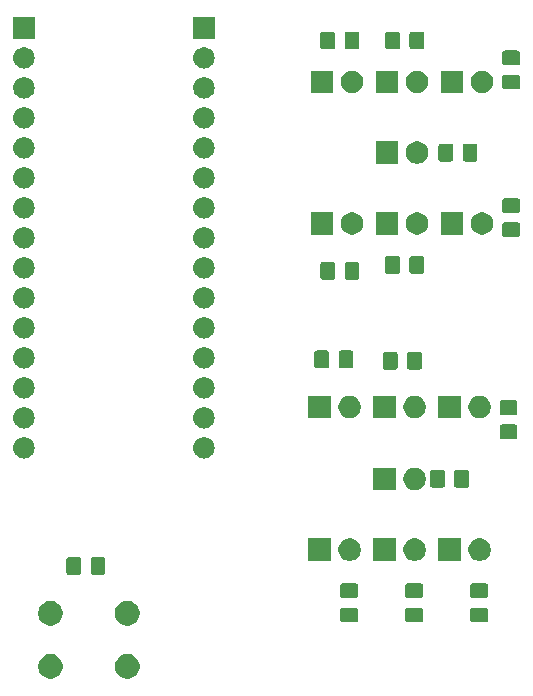
<source format=gbr>
G04 #@! TF.GenerationSoftware,KiCad,Pcbnew,(5.0.1)-3*
G04 #@! TF.CreationDate,2019-08-04T12:29:00-04:00*
G04 #@! TF.ProjectId,Dice_roller,446963655F726F6C6C65722E6B696361,rev?*
G04 #@! TF.SameCoordinates,Original*
G04 #@! TF.FileFunction,Soldermask,Top*
G04 #@! TF.FilePolarity,Negative*
%FSLAX46Y46*%
G04 Gerber Fmt 4.6, Leading zero omitted, Abs format (unit mm)*
G04 Created by KiCad (PCBNEW (5.0.1)-3) date 8/4/2019 12:29:00 PM*
%MOMM*%
%LPD*%
G01*
G04 APERTURE LIST*
%ADD10C,0.100000*%
G04 APERTURE END LIST*
D10*
G36*
X125806565Y-114489389D02*
X125997834Y-114568615D01*
X126169976Y-114683637D01*
X126316363Y-114830024D01*
X126431385Y-115002166D01*
X126510611Y-115193435D01*
X126551000Y-115396484D01*
X126551000Y-115603516D01*
X126510611Y-115806565D01*
X126431385Y-115997834D01*
X126316363Y-116169976D01*
X126169976Y-116316363D01*
X125997834Y-116431385D01*
X125806565Y-116510611D01*
X125603516Y-116551000D01*
X125396484Y-116551000D01*
X125193435Y-116510611D01*
X125002166Y-116431385D01*
X124830024Y-116316363D01*
X124683637Y-116169976D01*
X124568615Y-115997834D01*
X124489389Y-115806565D01*
X124449000Y-115603516D01*
X124449000Y-115396484D01*
X124489389Y-115193435D01*
X124568615Y-115002166D01*
X124683637Y-114830024D01*
X124830024Y-114683637D01*
X125002166Y-114568615D01*
X125193435Y-114489389D01*
X125396484Y-114449000D01*
X125603516Y-114449000D01*
X125806565Y-114489389D01*
X125806565Y-114489389D01*
G37*
G36*
X119306565Y-114489389D02*
X119497834Y-114568615D01*
X119669976Y-114683637D01*
X119816363Y-114830024D01*
X119931385Y-115002166D01*
X120010611Y-115193435D01*
X120051000Y-115396484D01*
X120051000Y-115603516D01*
X120010611Y-115806565D01*
X119931385Y-115997834D01*
X119816363Y-116169976D01*
X119669976Y-116316363D01*
X119497834Y-116431385D01*
X119306565Y-116510611D01*
X119103516Y-116551000D01*
X118896484Y-116551000D01*
X118693435Y-116510611D01*
X118502166Y-116431385D01*
X118330024Y-116316363D01*
X118183637Y-116169976D01*
X118068615Y-115997834D01*
X117989389Y-115806565D01*
X117949000Y-115603516D01*
X117949000Y-115396484D01*
X117989389Y-115193435D01*
X118068615Y-115002166D01*
X118183637Y-114830024D01*
X118330024Y-114683637D01*
X118502166Y-114568615D01*
X118693435Y-114489389D01*
X118896484Y-114449000D01*
X119103516Y-114449000D01*
X119306565Y-114489389D01*
X119306565Y-114489389D01*
G37*
G36*
X119306565Y-109989389D02*
X119497834Y-110068615D01*
X119669976Y-110183637D01*
X119816363Y-110330024D01*
X119931385Y-110502166D01*
X120010611Y-110693435D01*
X120051000Y-110896484D01*
X120051000Y-111103516D01*
X120010611Y-111306565D01*
X119931385Y-111497834D01*
X119816363Y-111669976D01*
X119669976Y-111816363D01*
X119497834Y-111931385D01*
X119306565Y-112010611D01*
X119103516Y-112051000D01*
X118896484Y-112051000D01*
X118693435Y-112010611D01*
X118502166Y-111931385D01*
X118330024Y-111816363D01*
X118183637Y-111669976D01*
X118068615Y-111497834D01*
X117989389Y-111306565D01*
X117949000Y-111103516D01*
X117949000Y-110896484D01*
X117989389Y-110693435D01*
X118068615Y-110502166D01*
X118183637Y-110330024D01*
X118330024Y-110183637D01*
X118502166Y-110068615D01*
X118693435Y-109989389D01*
X118896484Y-109949000D01*
X119103516Y-109949000D01*
X119306565Y-109989389D01*
X119306565Y-109989389D01*
G37*
G36*
X125806565Y-109989389D02*
X125997834Y-110068615D01*
X126169976Y-110183637D01*
X126316363Y-110330024D01*
X126431385Y-110502166D01*
X126510611Y-110693435D01*
X126551000Y-110896484D01*
X126551000Y-111103516D01*
X126510611Y-111306565D01*
X126431385Y-111497834D01*
X126316363Y-111669976D01*
X126169976Y-111816363D01*
X125997834Y-111931385D01*
X125806565Y-112010611D01*
X125603516Y-112051000D01*
X125396484Y-112051000D01*
X125193435Y-112010611D01*
X125002166Y-111931385D01*
X124830024Y-111816363D01*
X124683637Y-111669976D01*
X124568615Y-111497834D01*
X124489389Y-111306565D01*
X124449000Y-111103516D01*
X124449000Y-110896484D01*
X124489389Y-110693435D01*
X124568615Y-110502166D01*
X124683637Y-110330024D01*
X124830024Y-110183637D01*
X125002166Y-110068615D01*
X125193435Y-109989389D01*
X125396484Y-109949000D01*
X125603516Y-109949000D01*
X125806565Y-109989389D01*
X125806565Y-109989389D01*
G37*
G36*
X150380506Y-110519157D02*
X150418193Y-110530590D01*
X150452932Y-110549158D01*
X150483377Y-110574144D01*
X150508363Y-110604589D01*
X150526931Y-110639328D01*
X150538364Y-110677015D01*
X150542829Y-110722353D01*
X150542829Y-111559031D01*
X150538364Y-111604369D01*
X150526931Y-111642056D01*
X150508363Y-111676795D01*
X150483377Y-111707240D01*
X150452932Y-111732226D01*
X150418193Y-111750794D01*
X150380506Y-111762227D01*
X150335168Y-111766692D01*
X149248490Y-111766692D01*
X149203152Y-111762227D01*
X149165465Y-111750794D01*
X149130726Y-111732226D01*
X149100281Y-111707240D01*
X149075295Y-111676795D01*
X149056727Y-111642056D01*
X149045294Y-111604369D01*
X149040829Y-111559031D01*
X149040829Y-110722353D01*
X149045294Y-110677015D01*
X149056727Y-110639328D01*
X149075295Y-110604589D01*
X149100281Y-110574144D01*
X149130726Y-110549158D01*
X149165465Y-110530590D01*
X149203152Y-110519157D01*
X149248490Y-110514692D01*
X150335168Y-110514692D01*
X150380506Y-110519157D01*
X150380506Y-110519157D01*
G37*
G36*
X144880506Y-110519157D02*
X144918193Y-110530590D01*
X144952932Y-110549158D01*
X144983377Y-110574144D01*
X145008363Y-110604589D01*
X145026931Y-110639328D01*
X145038364Y-110677015D01*
X145042829Y-110722353D01*
X145042829Y-111559031D01*
X145038364Y-111604369D01*
X145026931Y-111642056D01*
X145008363Y-111676795D01*
X144983377Y-111707240D01*
X144952932Y-111732226D01*
X144918193Y-111750794D01*
X144880506Y-111762227D01*
X144835168Y-111766692D01*
X143748490Y-111766692D01*
X143703152Y-111762227D01*
X143665465Y-111750794D01*
X143630726Y-111732226D01*
X143600281Y-111707240D01*
X143575295Y-111676795D01*
X143556727Y-111642056D01*
X143545294Y-111604369D01*
X143540829Y-111559031D01*
X143540829Y-110722353D01*
X143545294Y-110677015D01*
X143556727Y-110639328D01*
X143575295Y-110604589D01*
X143600281Y-110574144D01*
X143630726Y-110549158D01*
X143665465Y-110530590D01*
X143703152Y-110519157D01*
X143748490Y-110514692D01*
X144835168Y-110514692D01*
X144880506Y-110519157D01*
X144880506Y-110519157D01*
G37*
G36*
X155880506Y-110519157D02*
X155918193Y-110530590D01*
X155952932Y-110549158D01*
X155983377Y-110574144D01*
X156008363Y-110604589D01*
X156026931Y-110639328D01*
X156038364Y-110677015D01*
X156042829Y-110722353D01*
X156042829Y-111559031D01*
X156038364Y-111604369D01*
X156026931Y-111642056D01*
X156008363Y-111676795D01*
X155983377Y-111707240D01*
X155952932Y-111732226D01*
X155918193Y-111750794D01*
X155880506Y-111762227D01*
X155835168Y-111766692D01*
X154748490Y-111766692D01*
X154703152Y-111762227D01*
X154665465Y-111750794D01*
X154630726Y-111732226D01*
X154600281Y-111707240D01*
X154575295Y-111676795D01*
X154556727Y-111642056D01*
X154545294Y-111604369D01*
X154540829Y-111559031D01*
X154540829Y-110722353D01*
X154545294Y-110677015D01*
X154556727Y-110639328D01*
X154575295Y-110604589D01*
X154600281Y-110574144D01*
X154630726Y-110549158D01*
X154665465Y-110530590D01*
X154703152Y-110519157D01*
X154748490Y-110514692D01*
X155835168Y-110514692D01*
X155880506Y-110519157D01*
X155880506Y-110519157D01*
G37*
G36*
X144880506Y-108469157D02*
X144918193Y-108480590D01*
X144952932Y-108499158D01*
X144983377Y-108524144D01*
X145008363Y-108554589D01*
X145026931Y-108589328D01*
X145038364Y-108627015D01*
X145042829Y-108672353D01*
X145042829Y-109509031D01*
X145038364Y-109554369D01*
X145026931Y-109592056D01*
X145008363Y-109626795D01*
X144983377Y-109657240D01*
X144952932Y-109682226D01*
X144918193Y-109700794D01*
X144880506Y-109712227D01*
X144835168Y-109716692D01*
X143748490Y-109716692D01*
X143703152Y-109712227D01*
X143665465Y-109700794D01*
X143630726Y-109682226D01*
X143600281Y-109657240D01*
X143575295Y-109626795D01*
X143556727Y-109592056D01*
X143545294Y-109554369D01*
X143540829Y-109509031D01*
X143540829Y-108672353D01*
X143545294Y-108627015D01*
X143556727Y-108589328D01*
X143575295Y-108554589D01*
X143600281Y-108524144D01*
X143630726Y-108499158D01*
X143665465Y-108480590D01*
X143703152Y-108469157D01*
X143748490Y-108464692D01*
X144835168Y-108464692D01*
X144880506Y-108469157D01*
X144880506Y-108469157D01*
G37*
G36*
X150380506Y-108469157D02*
X150418193Y-108480590D01*
X150452932Y-108499158D01*
X150483377Y-108524144D01*
X150508363Y-108554589D01*
X150526931Y-108589328D01*
X150538364Y-108627015D01*
X150542829Y-108672353D01*
X150542829Y-109509031D01*
X150538364Y-109554369D01*
X150526931Y-109592056D01*
X150508363Y-109626795D01*
X150483377Y-109657240D01*
X150452932Y-109682226D01*
X150418193Y-109700794D01*
X150380506Y-109712227D01*
X150335168Y-109716692D01*
X149248490Y-109716692D01*
X149203152Y-109712227D01*
X149165465Y-109700794D01*
X149130726Y-109682226D01*
X149100281Y-109657240D01*
X149075295Y-109626795D01*
X149056727Y-109592056D01*
X149045294Y-109554369D01*
X149040829Y-109509031D01*
X149040829Y-108672353D01*
X149045294Y-108627015D01*
X149056727Y-108589328D01*
X149075295Y-108554589D01*
X149100281Y-108524144D01*
X149130726Y-108499158D01*
X149165465Y-108480590D01*
X149203152Y-108469157D01*
X149248490Y-108464692D01*
X150335168Y-108464692D01*
X150380506Y-108469157D01*
X150380506Y-108469157D01*
G37*
G36*
X155880506Y-108469157D02*
X155918193Y-108480590D01*
X155952932Y-108499158D01*
X155983377Y-108524144D01*
X156008363Y-108554589D01*
X156026931Y-108589328D01*
X156038364Y-108627015D01*
X156042829Y-108672353D01*
X156042829Y-109509031D01*
X156038364Y-109554369D01*
X156026931Y-109592056D01*
X156008363Y-109626795D01*
X155983377Y-109657240D01*
X155952932Y-109682226D01*
X155918193Y-109700794D01*
X155880506Y-109712227D01*
X155835168Y-109716692D01*
X154748490Y-109716692D01*
X154703152Y-109712227D01*
X154665465Y-109700794D01*
X154630726Y-109682226D01*
X154600281Y-109657240D01*
X154575295Y-109626795D01*
X154556727Y-109592056D01*
X154545294Y-109554369D01*
X154540829Y-109509031D01*
X154540829Y-108672353D01*
X154545294Y-108627015D01*
X154556727Y-108589328D01*
X154575295Y-108554589D01*
X154600281Y-108524144D01*
X154630726Y-108499158D01*
X154665465Y-108480590D01*
X154703152Y-108469157D01*
X154748490Y-108464692D01*
X155835168Y-108464692D01*
X155880506Y-108469157D01*
X155880506Y-108469157D01*
G37*
G36*
X121438677Y-106253465D02*
X121476364Y-106264898D01*
X121511103Y-106283466D01*
X121541548Y-106308452D01*
X121566534Y-106338897D01*
X121585102Y-106373636D01*
X121596535Y-106411323D01*
X121601000Y-106456661D01*
X121601000Y-107543339D01*
X121596535Y-107588677D01*
X121585102Y-107626364D01*
X121566534Y-107661103D01*
X121541548Y-107691548D01*
X121511103Y-107716534D01*
X121476364Y-107735102D01*
X121438677Y-107746535D01*
X121393339Y-107751000D01*
X120556661Y-107751000D01*
X120511323Y-107746535D01*
X120473636Y-107735102D01*
X120438897Y-107716534D01*
X120408452Y-107691548D01*
X120383466Y-107661103D01*
X120364898Y-107626364D01*
X120353465Y-107588677D01*
X120349000Y-107543339D01*
X120349000Y-106456661D01*
X120353465Y-106411323D01*
X120364898Y-106373636D01*
X120383466Y-106338897D01*
X120408452Y-106308452D01*
X120438897Y-106283466D01*
X120473636Y-106264898D01*
X120511323Y-106253465D01*
X120556661Y-106249000D01*
X121393339Y-106249000D01*
X121438677Y-106253465D01*
X121438677Y-106253465D01*
G37*
G36*
X123488677Y-106253465D02*
X123526364Y-106264898D01*
X123561103Y-106283466D01*
X123591548Y-106308452D01*
X123616534Y-106338897D01*
X123635102Y-106373636D01*
X123646535Y-106411323D01*
X123651000Y-106456661D01*
X123651000Y-107543339D01*
X123646535Y-107588677D01*
X123635102Y-107626364D01*
X123616534Y-107661103D01*
X123591548Y-107691548D01*
X123561103Y-107716534D01*
X123526364Y-107735102D01*
X123488677Y-107746535D01*
X123443339Y-107751000D01*
X122606661Y-107751000D01*
X122561323Y-107746535D01*
X122523636Y-107735102D01*
X122488897Y-107716534D01*
X122458452Y-107691548D01*
X122433466Y-107661103D01*
X122414898Y-107626364D01*
X122403465Y-107588677D01*
X122399000Y-107543339D01*
X122399000Y-106456661D01*
X122403465Y-106411323D01*
X122414898Y-106373636D01*
X122433466Y-106338897D01*
X122458452Y-106308452D01*
X122488897Y-106283466D01*
X122523636Y-106264898D01*
X122561323Y-106253465D01*
X122606661Y-106249000D01*
X123443339Y-106249000D01*
X123488677Y-106253465D01*
X123488677Y-106253465D01*
G37*
G36*
X144609225Y-104701238D02*
X144782295Y-104772926D01*
X144938059Y-104877004D01*
X145070517Y-105009462D01*
X145174595Y-105165226D01*
X145246283Y-105338296D01*
X145282829Y-105522025D01*
X145282829Y-105709359D01*
X145246283Y-105893088D01*
X145174595Y-106066158D01*
X145070517Y-106221922D01*
X144938059Y-106354380D01*
X144782295Y-106458458D01*
X144609225Y-106530146D01*
X144425496Y-106566692D01*
X144238162Y-106566692D01*
X144054433Y-106530146D01*
X143881363Y-106458458D01*
X143725599Y-106354380D01*
X143593141Y-106221922D01*
X143489063Y-106066158D01*
X143417375Y-105893088D01*
X143380829Y-105709359D01*
X143380829Y-105522025D01*
X143417375Y-105338296D01*
X143489063Y-105165226D01*
X143593141Y-105009462D01*
X143725599Y-104877004D01*
X143881363Y-104772926D01*
X144054433Y-104701238D01*
X144238162Y-104664692D01*
X144425496Y-104664692D01*
X144609225Y-104701238D01*
X144609225Y-104701238D01*
G37*
G36*
X150109225Y-104701238D02*
X150282295Y-104772926D01*
X150438059Y-104877004D01*
X150570517Y-105009462D01*
X150674595Y-105165226D01*
X150746283Y-105338296D01*
X150782829Y-105522025D01*
X150782829Y-105709359D01*
X150746283Y-105893088D01*
X150674595Y-106066158D01*
X150570517Y-106221922D01*
X150438059Y-106354380D01*
X150282295Y-106458458D01*
X150109225Y-106530146D01*
X149925496Y-106566692D01*
X149738162Y-106566692D01*
X149554433Y-106530146D01*
X149381363Y-106458458D01*
X149225599Y-106354380D01*
X149093141Y-106221922D01*
X148989063Y-106066158D01*
X148917375Y-105893088D01*
X148880829Y-105709359D01*
X148880829Y-105522025D01*
X148917375Y-105338296D01*
X148989063Y-105165226D01*
X149093141Y-105009462D01*
X149225599Y-104877004D01*
X149381363Y-104772926D01*
X149554433Y-104701238D01*
X149738162Y-104664692D01*
X149925496Y-104664692D01*
X150109225Y-104701238D01*
X150109225Y-104701238D01*
G37*
G36*
X148242829Y-106566692D02*
X146340829Y-106566692D01*
X146340829Y-104664692D01*
X148242829Y-104664692D01*
X148242829Y-106566692D01*
X148242829Y-106566692D01*
G37*
G36*
X153742829Y-106566692D02*
X151840829Y-106566692D01*
X151840829Y-104664692D01*
X153742829Y-104664692D01*
X153742829Y-106566692D01*
X153742829Y-106566692D01*
G37*
G36*
X142742829Y-106566692D02*
X140840829Y-106566692D01*
X140840829Y-104664692D01*
X142742829Y-104664692D01*
X142742829Y-106566692D01*
X142742829Y-106566692D01*
G37*
G36*
X155609225Y-104701238D02*
X155782295Y-104772926D01*
X155938059Y-104877004D01*
X156070517Y-105009462D01*
X156174595Y-105165226D01*
X156246283Y-105338296D01*
X156282829Y-105522025D01*
X156282829Y-105709359D01*
X156246283Y-105893088D01*
X156174595Y-106066158D01*
X156070517Y-106221922D01*
X155938059Y-106354380D01*
X155782295Y-106458458D01*
X155609225Y-106530146D01*
X155425496Y-106566692D01*
X155238162Y-106566692D01*
X155054433Y-106530146D01*
X154881363Y-106458458D01*
X154725599Y-106354380D01*
X154593141Y-106221922D01*
X154489063Y-106066158D01*
X154417375Y-105893088D01*
X154380829Y-105709359D01*
X154380829Y-105522025D01*
X154417375Y-105338296D01*
X154489063Y-105165226D01*
X154593141Y-105009462D01*
X154725599Y-104877004D01*
X154881363Y-104772926D01*
X155054433Y-104701238D01*
X155238162Y-104664692D01*
X155425496Y-104664692D01*
X155609225Y-104701238D01*
X155609225Y-104701238D01*
G37*
G36*
X150109225Y-98701238D02*
X150282295Y-98772926D01*
X150438059Y-98877004D01*
X150570517Y-99009462D01*
X150674595Y-99165226D01*
X150746283Y-99338296D01*
X150782829Y-99522025D01*
X150782829Y-99709359D01*
X150746283Y-99893088D01*
X150674595Y-100066158D01*
X150570517Y-100221922D01*
X150438059Y-100354380D01*
X150282295Y-100458458D01*
X150109225Y-100530146D01*
X149925496Y-100566692D01*
X149738162Y-100566692D01*
X149554433Y-100530146D01*
X149381363Y-100458458D01*
X149225599Y-100354380D01*
X149093141Y-100221922D01*
X148989063Y-100066158D01*
X148917375Y-99893088D01*
X148880829Y-99709359D01*
X148880829Y-99522025D01*
X148917375Y-99338296D01*
X148989063Y-99165226D01*
X149093141Y-99009462D01*
X149225599Y-98877004D01*
X149381363Y-98772926D01*
X149554433Y-98701238D01*
X149738162Y-98664692D01*
X149925496Y-98664692D01*
X150109225Y-98701238D01*
X150109225Y-98701238D01*
G37*
G36*
X148242829Y-100566692D02*
X146340829Y-100566692D01*
X146340829Y-98664692D01*
X148242829Y-98664692D01*
X148242829Y-100566692D01*
X148242829Y-100566692D01*
G37*
G36*
X154280506Y-98869157D02*
X154318193Y-98880590D01*
X154352932Y-98899158D01*
X154383377Y-98924144D01*
X154408363Y-98954589D01*
X154426931Y-98989328D01*
X154438364Y-99027015D01*
X154442829Y-99072353D01*
X154442829Y-100159031D01*
X154438364Y-100204369D01*
X154426931Y-100242056D01*
X154408363Y-100276795D01*
X154383377Y-100307240D01*
X154352932Y-100332226D01*
X154318193Y-100350794D01*
X154280506Y-100362227D01*
X154235168Y-100366692D01*
X153398490Y-100366692D01*
X153353152Y-100362227D01*
X153315465Y-100350794D01*
X153280726Y-100332226D01*
X153250281Y-100307240D01*
X153225295Y-100276795D01*
X153206727Y-100242056D01*
X153195294Y-100204369D01*
X153190829Y-100159031D01*
X153190829Y-99072353D01*
X153195294Y-99027015D01*
X153206727Y-98989328D01*
X153225295Y-98954589D01*
X153250281Y-98924144D01*
X153280726Y-98899158D01*
X153315465Y-98880590D01*
X153353152Y-98869157D01*
X153398490Y-98864692D01*
X154235168Y-98864692D01*
X154280506Y-98869157D01*
X154280506Y-98869157D01*
G37*
G36*
X152230506Y-98869157D02*
X152268193Y-98880590D01*
X152302932Y-98899158D01*
X152333377Y-98924144D01*
X152358363Y-98954589D01*
X152376931Y-98989328D01*
X152388364Y-99027015D01*
X152392829Y-99072353D01*
X152392829Y-100159031D01*
X152388364Y-100204369D01*
X152376931Y-100242056D01*
X152358363Y-100276795D01*
X152333377Y-100307240D01*
X152302932Y-100332226D01*
X152268193Y-100350794D01*
X152230506Y-100362227D01*
X152185168Y-100366692D01*
X151348490Y-100366692D01*
X151303152Y-100362227D01*
X151265465Y-100350794D01*
X151230726Y-100332226D01*
X151200281Y-100307240D01*
X151175295Y-100276795D01*
X151156727Y-100242056D01*
X151145294Y-100204369D01*
X151140829Y-100159031D01*
X151140829Y-99072353D01*
X151145294Y-99027015D01*
X151156727Y-98989328D01*
X151175295Y-98954589D01*
X151200281Y-98924144D01*
X151230726Y-98899158D01*
X151265465Y-98880590D01*
X151303152Y-98869157D01*
X151348490Y-98864692D01*
X152185168Y-98864692D01*
X152230506Y-98869157D01*
X152230506Y-98869157D01*
G37*
G36*
X116870442Y-96105518D02*
X116936627Y-96112037D01*
X117047698Y-96145730D01*
X117106467Y-96163557D01*
X117262988Y-96247220D01*
X117262989Y-96247221D01*
X117262991Y-96247222D01*
X117286715Y-96266692D01*
X117400186Y-96359814D01*
X117483448Y-96461271D01*
X117512778Y-96497009D01*
X117512779Y-96497011D01*
X117596443Y-96653533D01*
X117596443Y-96653534D01*
X117647963Y-96823373D01*
X117665359Y-97000000D01*
X117647963Y-97176627D01*
X117613616Y-97289853D01*
X117596443Y-97346467D01*
X117522348Y-97485087D01*
X117512778Y-97502991D01*
X117483448Y-97538729D01*
X117400186Y-97640186D01*
X117298729Y-97723448D01*
X117262991Y-97752778D01*
X117262989Y-97752779D01*
X117106467Y-97836443D01*
X117049853Y-97853616D01*
X116936627Y-97887963D01*
X116870442Y-97894482D01*
X116804260Y-97901000D01*
X116715740Y-97901000D01*
X116649557Y-97894481D01*
X116583373Y-97887963D01*
X116470147Y-97853616D01*
X116413533Y-97836443D01*
X116257011Y-97752779D01*
X116257009Y-97752778D01*
X116221271Y-97723448D01*
X116119814Y-97640186D01*
X116036552Y-97538729D01*
X116007222Y-97502991D01*
X115997652Y-97485087D01*
X115923557Y-97346467D01*
X115906384Y-97289853D01*
X115872037Y-97176627D01*
X115854641Y-97000000D01*
X115872037Y-96823373D01*
X115923557Y-96653534D01*
X115923557Y-96653533D01*
X116007221Y-96497011D01*
X116007222Y-96497009D01*
X116036552Y-96461271D01*
X116119814Y-96359814D01*
X116233285Y-96266692D01*
X116257009Y-96247222D01*
X116257011Y-96247221D01*
X116257012Y-96247220D01*
X116413533Y-96163557D01*
X116472302Y-96145730D01*
X116583373Y-96112037D01*
X116649558Y-96105518D01*
X116715740Y-96099000D01*
X116804260Y-96099000D01*
X116870442Y-96105518D01*
X116870442Y-96105518D01*
G37*
G36*
X132110442Y-96105518D02*
X132176627Y-96112037D01*
X132287698Y-96145730D01*
X132346467Y-96163557D01*
X132502988Y-96247220D01*
X132502989Y-96247221D01*
X132502991Y-96247222D01*
X132526715Y-96266692D01*
X132640186Y-96359814D01*
X132723448Y-96461271D01*
X132752778Y-96497009D01*
X132752779Y-96497011D01*
X132836443Y-96653533D01*
X132836443Y-96653534D01*
X132887963Y-96823373D01*
X132905359Y-97000000D01*
X132887963Y-97176627D01*
X132853616Y-97289853D01*
X132836443Y-97346467D01*
X132762348Y-97485087D01*
X132752778Y-97502991D01*
X132723448Y-97538729D01*
X132640186Y-97640186D01*
X132538729Y-97723448D01*
X132502991Y-97752778D01*
X132502989Y-97752779D01*
X132346467Y-97836443D01*
X132289853Y-97853616D01*
X132176627Y-97887963D01*
X132110442Y-97894482D01*
X132044260Y-97901000D01*
X131955740Y-97901000D01*
X131889557Y-97894481D01*
X131823373Y-97887963D01*
X131710147Y-97853616D01*
X131653533Y-97836443D01*
X131497011Y-97752779D01*
X131497009Y-97752778D01*
X131461271Y-97723448D01*
X131359814Y-97640186D01*
X131276552Y-97538729D01*
X131247222Y-97502991D01*
X131237652Y-97485087D01*
X131163557Y-97346467D01*
X131146384Y-97289853D01*
X131112037Y-97176627D01*
X131094641Y-97000000D01*
X131112037Y-96823373D01*
X131163557Y-96653534D01*
X131163557Y-96653533D01*
X131247221Y-96497011D01*
X131247222Y-96497009D01*
X131276552Y-96461271D01*
X131359814Y-96359814D01*
X131473285Y-96266692D01*
X131497009Y-96247222D01*
X131497011Y-96247221D01*
X131497012Y-96247220D01*
X131653533Y-96163557D01*
X131712302Y-96145730D01*
X131823373Y-96112037D01*
X131889558Y-96105518D01*
X131955740Y-96099000D01*
X132044260Y-96099000D01*
X132110442Y-96105518D01*
X132110442Y-96105518D01*
G37*
G36*
X158380506Y-95019157D02*
X158418193Y-95030590D01*
X158452932Y-95049158D01*
X158483377Y-95074144D01*
X158508363Y-95104589D01*
X158526931Y-95139328D01*
X158538364Y-95177015D01*
X158542829Y-95222353D01*
X158542829Y-96059031D01*
X158538364Y-96104369D01*
X158526931Y-96142056D01*
X158508363Y-96176795D01*
X158483377Y-96207240D01*
X158452932Y-96232226D01*
X158418193Y-96250794D01*
X158380506Y-96262227D01*
X158335168Y-96266692D01*
X157248490Y-96266692D01*
X157203152Y-96262227D01*
X157165465Y-96250794D01*
X157130726Y-96232226D01*
X157100281Y-96207240D01*
X157075295Y-96176795D01*
X157056727Y-96142056D01*
X157045294Y-96104369D01*
X157040829Y-96059031D01*
X157040829Y-95222353D01*
X157045294Y-95177015D01*
X157056727Y-95139328D01*
X157075295Y-95104589D01*
X157100281Y-95074144D01*
X157130726Y-95049158D01*
X157165465Y-95030590D01*
X157203152Y-95019157D01*
X157248490Y-95014692D01*
X158335168Y-95014692D01*
X158380506Y-95019157D01*
X158380506Y-95019157D01*
G37*
G36*
X116870443Y-93565519D02*
X116936627Y-93572037D01*
X117049853Y-93606384D01*
X117106467Y-93623557D01*
X117245087Y-93697652D01*
X117262991Y-93707222D01*
X117298729Y-93736552D01*
X117400186Y-93819814D01*
X117483448Y-93921271D01*
X117512778Y-93957009D01*
X117512779Y-93957011D01*
X117596443Y-94113533D01*
X117609701Y-94157240D01*
X117647963Y-94283373D01*
X117665359Y-94460000D01*
X117647963Y-94636627D01*
X117613616Y-94749853D01*
X117596443Y-94806467D01*
X117522348Y-94945087D01*
X117512778Y-94962991D01*
X117483448Y-94998729D01*
X117400186Y-95100186D01*
X117306568Y-95177015D01*
X117262991Y-95212778D01*
X117262989Y-95212779D01*
X117106467Y-95296443D01*
X117049853Y-95313616D01*
X116936627Y-95347963D01*
X116870443Y-95354481D01*
X116804260Y-95361000D01*
X116715740Y-95361000D01*
X116649558Y-95354482D01*
X116583373Y-95347963D01*
X116470147Y-95313616D01*
X116413533Y-95296443D01*
X116257011Y-95212779D01*
X116257009Y-95212778D01*
X116213432Y-95177015D01*
X116119814Y-95100186D01*
X116036552Y-94998729D01*
X116007222Y-94962991D01*
X115997652Y-94945087D01*
X115923557Y-94806467D01*
X115906384Y-94749853D01*
X115872037Y-94636627D01*
X115854641Y-94460000D01*
X115872037Y-94283373D01*
X115910299Y-94157240D01*
X115923557Y-94113533D01*
X116007221Y-93957011D01*
X116007222Y-93957009D01*
X116036552Y-93921271D01*
X116119814Y-93819814D01*
X116221271Y-93736552D01*
X116257009Y-93707222D01*
X116274913Y-93697652D01*
X116413533Y-93623557D01*
X116470147Y-93606384D01*
X116583373Y-93572037D01*
X116649557Y-93565519D01*
X116715740Y-93559000D01*
X116804260Y-93559000D01*
X116870443Y-93565519D01*
X116870443Y-93565519D01*
G37*
G36*
X132110443Y-93565519D02*
X132176627Y-93572037D01*
X132289853Y-93606384D01*
X132346467Y-93623557D01*
X132485087Y-93697652D01*
X132502991Y-93707222D01*
X132538729Y-93736552D01*
X132640186Y-93819814D01*
X132723448Y-93921271D01*
X132752778Y-93957009D01*
X132752779Y-93957011D01*
X132836443Y-94113533D01*
X132849701Y-94157240D01*
X132887963Y-94283373D01*
X132905359Y-94460000D01*
X132887963Y-94636627D01*
X132853616Y-94749853D01*
X132836443Y-94806467D01*
X132762348Y-94945087D01*
X132752778Y-94962991D01*
X132723448Y-94998729D01*
X132640186Y-95100186D01*
X132546568Y-95177015D01*
X132502991Y-95212778D01*
X132502989Y-95212779D01*
X132346467Y-95296443D01*
X132289853Y-95313616D01*
X132176627Y-95347963D01*
X132110443Y-95354481D01*
X132044260Y-95361000D01*
X131955740Y-95361000D01*
X131889558Y-95354482D01*
X131823373Y-95347963D01*
X131710147Y-95313616D01*
X131653533Y-95296443D01*
X131497011Y-95212779D01*
X131497009Y-95212778D01*
X131453432Y-95177015D01*
X131359814Y-95100186D01*
X131276552Y-94998729D01*
X131247222Y-94962991D01*
X131237652Y-94945087D01*
X131163557Y-94806467D01*
X131146384Y-94749853D01*
X131112037Y-94636627D01*
X131094641Y-94460000D01*
X131112037Y-94283373D01*
X131150299Y-94157240D01*
X131163557Y-94113533D01*
X131247221Y-93957011D01*
X131247222Y-93957009D01*
X131276552Y-93921271D01*
X131359814Y-93819814D01*
X131461271Y-93736552D01*
X131497009Y-93707222D01*
X131514913Y-93697652D01*
X131653533Y-93623557D01*
X131710147Y-93606384D01*
X131823373Y-93572037D01*
X131889557Y-93565519D01*
X131955740Y-93559000D01*
X132044260Y-93559000D01*
X132110443Y-93565519D01*
X132110443Y-93565519D01*
G37*
G36*
X148242829Y-94471693D02*
X146340829Y-94471693D01*
X146340829Y-92569693D01*
X148242829Y-92569693D01*
X148242829Y-94471693D01*
X148242829Y-94471693D01*
G37*
G36*
X144609225Y-92606239D02*
X144782295Y-92677927D01*
X144938059Y-92782005D01*
X145070517Y-92914463D01*
X145174595Y-93070227D01*
X145246283Y-93243297D01*
X145282829Y-93427026D01*
X145282829Y-93614360D01*
X145246283Y-93798089D01*
X145174595Y-93971159D01*
X145070517Y-94126923D01*
X144938059Y-94259381D01*
X144782295Y-94363459D01*
X144609225Y-94435147D01*
X144425496Y-94471693D01*
X144238162Y-94471693D01*
X144054433Y-94435147D01*
X143881363Y-94363459D01*
X143725599Y-94259381D01*
X143593141Y-94126923D01*
X143489063Y-93971159D01*
X143417375Y-93798089D01*
X143380829Y-93614360D01*
X143380829Y-93427026D01*
X143417375Y-93243297D01*
X143489063Y-93070227D01*
X143593141Y-92914463D01*
X143725599Y-92782005D01*
X143881363Y-92677927D01*
X144054433Y-92606239D01*
X144238162Y-92569693D01*
X144425496Y-92569693D01*
X144609225Y-92606239D01*
X144609225Y-92606239D01*
G37*
G36*
X142742829Y-94471693D02*
X140840829Y-94471693D01*
X140840829Y-92569693D01*
X142742829Y-92569693D01*
X142742829Y-94471693D01*
X142742829Y-94471693D01*
G37*
G36*
X150109225Y-92606239D02*
X150282295Y-92677927D01*
X150438059Y-92782005D01*
X150570517Y-92914463D01*
X150674595Y-93070227D01*
X150746283Y-93243297D01*
X150782829Y-93427026D01*
X150782829Y-93614360D01*
X150746283Y-93798089D01*
X150674595Y-93971159D01*
X150570517Y-94126923D01*
X150438059Y-94259381D01*
X150282295Y-94363459D01*
X150109225Y-94435147D01*
X149925496Y-94471693D01*
X149738162Y-94471693D01*
X149554433Y-94435147D01*
X149381363Y-94363459D01*
X149225599Y-94259381D01*
X149093141Y-94126923D01*
X148989063Y-93971159D01*
X148917375Y-93798089D01*
X148880829Y-93614360D01*
X148880829Y-93427026D01*
X148917375Y-93243297D01*
X148989063Y-93070227D01*
X149093141Y-92914463D01*
X149225599Y-92782005D01*
X149381363Y-92677927D01*
X149554433Y-92606239D01*
X149738162Y-92569693D01*
X149925496Y-92569693D01*
X150109225Y-92606239D01*
X150109225Y-92606239D01*
G37*
G36*
X155609225Y-92606239D02*
X155782295Y-92677927D01*
X155938059Y-92782005D01*
X156070517Y-92914463D01*
X156174595Y-93070227D01*
X156246283Y-93243297D01*
X156282829Y-93427026D01*
X156282829Y-93614360D01*
X156246283Y-93798089D01*
X156174595Y-93971159D01*
X156070517Y-94126923D01*
X155938059Y-94259381D01*
X155782295Y-94363459D01*
X155609225Y-94435147D01*
X155425496Y-94471693D01*
X155238162Y-94471693D01*
X155054433Y-94435147D01*
X154881363Y-94363459D01*
X154725599Y-94259381D01*
X154593141Y-94126923D01*
X154489063Y-93971159D01*
X154417375Y-93798089D01*
X154380829Y-93614360D01*
X154380829Y-93427026D01*
X154417375Y-93243297D01*
X154489063Y-93070227D01*
X154593141Y-92914463D01*
X154725599Y-92782005D01*
X154881363Y-92677927D01*
X155054433Y-92606239D01*
X155238162Y-92569693D01*
X155425496Y-92569693D01*
X155609225Y-92606239D01*
X155609225Y-92606239D01*
G37*
G36*
X153742829Y-94471693D02*
X151840829Y-94471693D01*
X151840829Y-92569693D01*
X153742829Y-92569693D01*
X153742829Y-94471693D01*
X153742829Y-94471693D01*
G37*
G36*
X158380506Y-92969157D02*
X158418193Y-92980590D01*
X158452932Y-92999158D01*
X158483377Y-93024144D01*
X158508363Y-93054589D01*
X158526931Y-93089328D01*
X158538364Y-93127015D01*
X158542829Y-93172353D01*
X158542829Y-94009031D01*
X158538364Y-94054369D01*
X158526931Y-94092056D01*
X158508363Y-94126795D01*
X158483377Y-94157240D01*
X158452932Y-94182226D01*
X158418193Y-94200794D01*
X158380506Y-94212227D01*
X158335168Y-94216692D01*
X157248490Y-94216692D01*
X157203152Y-94212227D01*
X157165465Y-94200794D01*
X157130726Y-94182226D01*
X157100281Y-94157240D01*
X157075295Y-94126795D01*
X157056727Y-94092056D01*
X157045294Y-94054369D01*
X157040829Y-94009031D01*
X157040829Y-93172353D01*
X157045294Y-93127015D01*
X157056727Y-93089328D01*
X157075295Y-93054589D01*
X157100281Y-93024144D01*
X157130726Y-92999158D01*
X157165465Y-92980590D01*
X157203152Y-92969157D01*
X157248490Y-92964692D01*
X158335168Y-92964692D01*
X158380506Y-92969157D01*
X158380506Y-92969157D01*
G37*
G36*
X116870443Y-91025519D02*
X116936627Y-91032037D01*
X117049853Y-91066384D01*
X117106467Y-91083557D01*
X117245087Y-91157652D01*
X117262991Y-91167222D01*
X117298729Y-91196552D01*
X117400186Y-91279814D01*
X117483448Y-91381271D01*
X117512778Y-91417009D01*
X117512779Y-91417011D01*
X117596443Y-91573533D01*
X117596443Y-91573534D01*
X117647963Y-91743373D01*
X117665359Y-91920000D01*
X117647963Y-92096627D01*
X117613616Y-92209853D01*
X117596443Y-92266467D01*
X117522348Y-92405087D01*
X117512778Y-92422991D01*
X117483448Y-92458729D01*
X117400186Y-92560186D01*
X117298729Y-92643448D01*
X117262991Y-92672778D01*
X117262989Y-92672779D01*
X117106467Y-92756443D01*
X117049853Y-92773616D01*
X116936627Y-92807963D01*
X116870442Y-92814482D01*
X116804260Y-92821000D01*
X116715740Y-92821000D01*
X116649558Y-92814482D01*
X116583373Y-92807963D01*
X116470147Y-92773616D01*
X116413533Y-92756443D01*
X116257011Y-92672779D01*
X116257009Y-92672778D01*
X116221271Y-92643448D01*
X116119814Y-92560186D01*
X116036552Y-92458729D01*
X116007222Y-92422991D01*
X115997652Y-92405087D01*
X115923557Y-92266467D01*
X115906384Y-92209853D01*
X115872037Y-92096627D01*
X115854641Y-91920000D01*
X115872037Y-91743373D01*
X115923557Y-91573534D01*
X115923557Y-91573533D01*
X116007221Y-91417011D01*
X116007222Y-91417009D01*
X116036552Y-91381271D01*
X116119814Y-91279814D01*
X116221271Y-91196552D01*
X116257009Y-91167222D01*
X116274913Y-91157652D01*
X116413533Y-91083557D01*
X116470147Y-91066384D01*
X116583373Y-91032037D01*
X116649557Y-91025519D01*
X116715740Y-91019000D01*
X116804260Y-91019000D01*
X116870443Y-91025519D01*
X116870443Y-91025519D01*
G37*
G36*
X132110443Y-91025519D02*
X132176627Y-91032037D01*
X132289853Y-91066384D01*
X132346467Y-91083557D01*
X132485087Y-91157652D01*
X132502991Y-91167222D01*
X132538729Y-91196552D01*
X132640186Y-91279814D01*
X132723448Y-91381271D01*
X132752778Y-91417009D01*
X132752779Y-91417011D01*
X132836443Y-91573533D01*
X132836443Y-91573534D01*
X132887963Y-91743373D01*
X132905359Y-91920000D01*
X132887963Y-92096627D01*
X132853616Y-92209853D01*
X132836443Y-92266467D01*
X132762348Y-92405087D01*
X132752778Y-92422991D01*
X132723448Y-92458729D01*
X132640186Y-92560186D01*
X132538729Y-92643448D01*
X132502991Y-92672778D01*
X132502989Y-92672779D01*
X132346467Y-92756443D01*
X132289853Y-92773616D01*
X132176627Y-92807963D01*
X132110442Y-92814482D01*
X132044260Y-92821000D01*
X131955740Y-92821000D01*
X131889558Y-92814482D01*
X131823373Y-92807963D01*
X131710147Y-92773616D01*
X131653533Y-92756443D01*
X131497011Y-92672779D01*
X131497009Y-92672778D01*
X131461271Y-92643448D01*
X131359814Y-92560186D01*
X131276552Y-92458729D01*
X131247222Y-92422991D01*
X131237652Y-92405087D01*
X131163557Y-92266467D01*
X131146384Y-92209853D01*
X131112037Y-92096627D01*
X131094641Y-91920000D01*
X131112037Y-91743373D01*
X131163557Y-91573534D01*
X131163557Y-91573533D01*
X131247221Y-91417011D01*
X131247222Y-91417009D01*
X131276552Y-91381271D01*
X131359814Y-91279814D01*
X131461271Y-91196552D01*
X131497009Y-91167222D01*
X131514913Y-91157652D01*
X131653533Y-91083557D01*
X131710147Y-91066384D01*
X131823373Y-91032037D01*
X131889557Y-91025519D01*
X131955740Y-91019000D01*
X132044260Y-91019000D01*
X132110443Y-91025519D01*
X132110443Y-91025519D01*
G37*
G36*
X150280506Y-88869157D02*
X150318193Y-88880590D01*
X150352932Y-88899158D01*
X150383377Y-88924144D01*
X150408363Y-88954589D01*
X150426931Y-88989328D01*
X150438364Y-89027015D01*
X150442829Y-89072353D01*
X150442829Y-90159031D01*
X150438364Y-90204369D01*
X150426931Y-90242056D01*
X150408363Y-90276795D01*
X150383377Y-90307240D01*
X150352932Y-90332226D01*
X150318193Y-90350794D01*
X150280506Y-90362227D01*
X150235168Y-90366692D01*
X149398490Y-90366692D01*
X149353152Y-90362227D01*
X149315465Y-90350794D01*
X149280726Y-90332226D01*
X149250281Y-90307240D01*
X149225295Y-90276795D01*
X149206727Y-90242056D01*
X149195294Y-90204369D01*
X149190829Y-90159031D01*
X149190829Y-89072353D01*
X149195294Y-89027015D01*
X149206727Y-88989328D01*
X149225295Y-88954589D01*
X149250281Y-88924144D01*
X149280726Y-88899158D01*
X149315465Y-88880590D01*
X149353152Y-88869157D01*
X149398490Y-88864692D01*
X150235168Y-88864692D01*
X150280506Y-88869157D01*
X150280506Y-88869157D01*
G37*
G36*
X148230506Y-88869157D02*
X148268193Y-88880590D01*
X148302932Y-88899158D01*
X148333377Y-88924144D01*
X148358363Y-88954589D01*
X148376931Y-88989328D01*
X148388364Y-89027015D01*
X148392829Y-89072353D01*
X148392829Y-90159031D01*
X148388364Y-90204369D01*
X148376931Y-90242056D01*
X148358363Y-90276795D01*
X148333377Y-90307240D01*
X148302932Y-90332226D01*
X148268193Y-90350794D01*
X148230506Y-90362227D01*
X148185168Y-90366692D01*
X147348490Y-90366692D01*
X147303152Y-90362227D01*
X147265465Y-90350794D01*
X147230726Y-90332226D01*
X147200281Y-90307240D01*
X147175295Y-90276795D01*
X147156727Y-90242056D01*
X147145294Y-90204369D01*
X147140829Y-90159031D01*
X147140829Y-89072353D01*
X147145294Y-89027015D01*
X147156727Y-88989328D01*
X147175295Y-88954589D01*
X147200281Y-88924144D01*
X147230726Y-88899158D01*
X147265465Y-88880590D01*
X147303152Y-88869157D01*
X147348490Y-88864692D01*
X148185168Y-88864692D01*
X148230506Y-88869157D01*
X148230506Y-88869157D01*
G37*
G36*
X116870442Y-88485518D02*
X116936627Y-88492037D01*
X117049853Y-88526384D01*
X117106467Y-88543557D01*
X117245087Y-88617652D01*
X117262991Y-88627222D01*
X117298729Y-88656552D01*
X117400186Y-88739814D01*
X117481500Y-88838897D01*
X117512778Y-88877009D01*
X117512779Y-88877011D01*
X117596443Y-89033533D01*
X117596443Y-89033534D01*
X117647963Y-89203373D01*
X117665359Y-89380000D01*
X117647963Y-89556627D01*
X117613616Y-89669853D01*
X117596443Y-89726467D01*
X117522348Y-89865087D01*
X117512778Y-89882991D01*
X117483448Y-89918729D01*
X117400186Y-90020186D01*
X117298729Y-90103448D01*
X117262991Y-90132778D01*
X117262989Y-90132779D01*
X117106467Y-90216443D01*
X117060845Y-90230282D01*
X116936627Y-90267963D01*
X116870442Y-90274482D01*
X116804260Y-90281000D01*
X116715740Y-90281000D01*
X116649558Y-90274482D01*
X116583373Y-90267963D01*
X116459155Y-90230282D01*
X116413533Y-90216443D01*
X116257011Y-90132779D01*
X116257009Y-90132778D01*
X116221271Y-90103448D01*
X116119814Y-90020186D01*
X116036552Y-89918729D01*
X116007222Y-89882991D01*
X115997652Y-89865087D01*
X115923557Y-89726467D01*
X115906384Y-89669853D01*
X115872037Y-89556627D01*
X115854641Y-89380000D01*
X115872037Y-89203373D01*
X115923557Y-89033534D01*
X115923557Y-89033533D01*
X116007221Y-88877011D01*
X116007222Y-88877009D01*
X116038500Y-88838897D01*
X116119814Y-88739814D01*
X116221271Y-88656552D01*
X116257009Y-88627222D01*
X116274913Y-88617652D01*
X116413533Y-88543557D01*
X116470147Y-88526384D01*
X116583373Y-88492037D01*
X116649558Y-88485518D01*
X116715740Y-88479000D01*
X116804260Y-88479000D01*
X116870442Y-88485518D01*
X116870442Y-88485518D01*
G37*
G36*
X132110442Y-88485518D02*
X132176627Y-88492037D01*
X132289853Y-88526384D01*
X132346467Y-88543557D01*
X132485087Y-88617652D01*
X132502991Y-88627222D01*
X132538729Y-88656552D01*
X132640186Y-88739814D01*
X132721500Y-88838897D01*
X132752778Y-88877009D01*
X132752779Y-88877011D01*
X132836443Y-89033533D01*
X132836443Y-89033534D01*
X132887963Y-89203373D01*
X132905359Y-89380000D01*
X132887963Y-89556627D01*
X132853616Y-89669853D01*
X132836443Y-89726467D01*
X132762348Y-89865087D01*
X132752778Y-89882991D01*
X132723448Y-89918729D01*
X132640186Y-90020186D01*
X132538729Y-90103448D01*
X132502991Y-90132778D01*
X132502989Y-90132779D01*
X132346467Y-90216443D01*
X132300845Y-90230282D01*
X132176627Y-90267963D01*
X132110442Y-90274482D01*
X132044260Y-90281000D01*
X131955740Y-90281000D01*
X131889558Y-90274482D01*
X131823373Y-90267963D01*
X131699155Y-90230282D01*
X131653533Y-90216443D01*
X131497011Y-90132779D01*
X131497009Y-90132778D01*
X131461271Y-90103448D01*
X131359814Y-90020186D01*
X131276552Y-89918729D01*
X131247222Y-89882991D01*
X131237652Y-89865087D01*
X131163557Y-89726467D01*
X131146384Y-89669853D01*
X131112037Y-89556627D01*
X131094641Y-89380000D01*
X131112037Y-89203373D01*
X131163557Y-89033534D01*
X131163557Y-89033533D01*
X131247221Y-88877011D01*
X131247222Y-88877009D01*
X131278500Y-88838897D01*
X131359814Y-88739814D01*
X131461271Y-88656552D01*
X131497009Y-88627222D01*
X131514913Y-88617652D01*
X131653533Y-88543557D01*
X131710147Y-88526384D01*
X131823373Y-88492037D01*
X131889558Y-88485518D01*
X131955740Y-88479000D01*
X132044260Y-88479000D01*
X132110442Y-88485518D01*
X132110442Y-88485518D01*
G37*
G36*
X144488677Y-88753465D02*
X144526364Y-88764898D01*
X144561103Y-88783466D01*
X144591548Y-88808452D01*
X144616534Y-88838897D01*
X144635102Y-88873636D01*
X144646535Y-88911323D01*
X144651000Y-88956661D01*
X144651000Y-90043339D01*
X144646535Y-90088677D01*
X144635102Y-90126364D01*
X144616534Y-90161103D01*
X144591548Y-90191548D01*
X144561103Y-90216534D01*
X144526364Y-90235102D01*
X144488677Y-90246535D01*
X144443339Y-90251000D01*
X143606661Y-90251000D01*
X143561323Y-90246535D01*
X143523636Y-90235102D01*
X143488897Y-90216534D01*
X143458452Y-90191548D01*
X143433466Y-90161103D01*
X143414898Y-90126364D01*
X143403465Y-90088677D01*
X143399000Y-90043339D01*
X143399000Y-88956661D01*
X143403465Y-88911323D01*
X143414898Y-88873636D01*
X143433466Y-88838897D01*
X143458452Y-88808452D01*
X143488897Y-88783466D01*
X143523636Y-88764898D01*
X143561323Y-88753465D01*
X143606661Y-88749000D01*
X144443339Y-88749000D01*
X144488677Y-88753465D01*
X144488677Y-88753465D01*
G37*
G36*
X142438677Y-88753465D02*
X142476364Y-88764898D01*
X142511103Y-88783466D01*
X142541548Y-88808452D01*
X142566534Y-88838897D01*
X142585102Y-88873636D01*
X142596535Y-88911323D01*
X142601000Y-88956661D01*
X142601000Y-90043339D01*
X142596535Y-90088677D01*
X142585102Y-90126364D01*
X142566534Y-90161103D01*
X142541548Y-90191548D01*
X142511103Y-90216534D01*
X142476364Y-90235102D01*
X142438677Y-90246535D01*
X142393339Y-90251000D01*
X141556661Y-90251000D01*
X141511323Y-90246535D01*
X141473636Y-90235102D01*
X141438897Y-90216534D01*
X141408452Y-90191548D01*
X141383466Y-90161103D01*
X141364898Y-90126364D01*
X141353465Y-90088677D01*
X141349000Y-90043339D01*
X141349000Y-88956661D01*
X141353465Y-88911323D01*
X141364898Y-88873636D01*
X141383466Y-88838897D01*
X141408452Y-88808452D01*
X141438897Y-88783466D01*
X141473636Y-88764898D01*
X141511323Y-88753465D01*
X141556661Y-88749000D01*
X142393339Y-88749000D01*
X142438677Y-88753465D01*
X142438677Y-88753465D01*
G37*
G36*
X116870442Y-85945518D02*
X116936627Y-85952037D01*
X117049853Y-85986384D01*
X117106467Y-86003557D01*
X117245087Y-86077652D01*
X117262991Y-86087222D01*
X117298729Y-86116552D01*
X117400186Y-86199814D01*
X117483448Y-86301271D01*
X117512778Y-86337009D01*
X117512779Y-86337011D01*
X117596443Y-86493533D01*
X117596443Y-86493534D01*
X117647963Y-86663373D01*
X117665359Y-86840000D01*
X117647963Y-87016627D01*
X117613616Y-87129853D01*
X117596443Y-87186467D01*
X117522348Y-87325087D01*
X117512778Y-87342991D01*
X117483448Y-87378729D01*
X117400186Y-87480186D01*
X117298729Y-87563448D01*
X117262991Y-87592778D01*
X117262989Y-87592779D01*
X117106467Y-87676443D01*
X117049853Y-87693616D01*
X116936627Y-87727963D01*
X116870443Y-87734481D01*
X116804260Y-87741000D01*
X116715740Y-87741000D01*
X116649557Y-87734481D01*
X116583373Y-87727963D01*
X116470147Y-87693616D01*
X116413533Y-87676443D01*
X116257011Y-87592779D01*
X116257009Y-87592778D01*
X116221271Y-87563448D01*
X116119814Y-87480186D01*
X116036552Y-87378729D01*
X116007222Y-87342991D01*
X115997652Y-87325087D01*
X115923557Y-87186467D01*
X115906384Y-87129853D01*
X115872037Y-87016627D01*
X115854641Y-86840000D01*
X115872037Y-86663373D01*
X115923557Y-86493534D01*
X115923557Y-86493533D01*
X116007221Y-86337011D01*
X116007222Y-86337009D01*
X116036552Y-86301271D01*
X116119814Y-86199814D01*
X116221271Y-86116552D01*
X116257009Y-86087222D01*
X116274913Y-86077652D01*
X116413533Y-86003557D01*
X116470147Y-85986384D01*
X116583373Y-85952037D01*
X116649558Y-85945518D01*
X116715740Y-85939000D01*
X116804260Y-85939000D01*
X116870442Y-85945518D01*
X116870442Y-85945518D01*
G37*
G36*
X132110442Y-85945518D02*
X132176627Y-85952037D01*
X132289853Y-85986384D01*
X132346467Y-86003557D01*
X132485087Y-86077652D01*
X132502991Y-86087222D01*
X132538729Y-86116552D01*
X132640186Y-86199814D01*
X132723448Y-86301271D01*
X132752778Y-86337009D01*
X132752779Y-86337011D01*
X132836443Y-86493533D01*
X132836443Y-86493534D01*
X132887963Y-86663373D01*
X132905359Y-86840000D01*
X132887963Y-87016627D01*
X132853616Y-87129853D01*
X132836443Y-87186467D01*
X132762348Y-87325087D01*
X132752778Y-87342991D01*
X132723448Y-87378729D01*
X132640186Y-87480186D01*
X132538729Y-87563448D01*
X132502991Y-87592778D01*
X132502989Y-87592779D01*
X132346467Y-87676443D01*
X132289853Y-87693616D01*
X132176627Y-87727963D01*
X132110443Y-87734481D01*
X132044260Y-87741000D01*
X131955740Y-87741000D01*
X131889557Y-87734481D01*
X131823373Y-87727963D01*
X131710147Y-87693616D01*
X131653533Y-87676443D01*
X131497011Y-87592779D01*
X131497009Y-87592778D01*
X131461271Y-87563448D01*
X131359814Y-87480186D01*
X131276552Y-87378729D01*
X131247222Y-87342991D01*
X131237652Y-87325087D01*
X131163557Y-87186467D01*
X131146384Y-87129853D01*
X131112037Y-87016627D01*
X131094641Y-86840000D01*
X131112037Y-86663373D01*
X131163557Y-86493534D01*
X131163557Y-86493533D01*
X131247221Y-86337011D01*
X131247222Y-86337009D01*
X131276552Y-86301271D01*
X131359814Y-86199814D01*
X131461271Y-86116552D01*
X131497009Y-86087222D01*
X131514913Y-86077652D01*
X131653533Y-86003557D01*
X131710147Y-85986384D01*
X131823373Y-85952037D01*
X131889558Y-85945518D01*
X131955740Y-85939000D01*
X132044260Y-85939000D01*
X132110442Y-85945518D01*
X132110442Y-85945518D01*
G37*
G36*
X116870443Y-83405519D02*
X116936627Y-83412037D01*
X117049853Y-83446384D01*
X117106467Y-83463557D01*
X117245087Y-83537652D01*
X117262991Y-83547222D01*
X117298729Y-83576552D01*
X117400186Y-83659814D01*
X117483448Y-83761271D01*
X117512778Y-83797009D01*
X117512779Y-83797011D01*
X117596443Y-83953533D01*
X117596443Y-83953534D01*
X117647963Y-84123373D01*
X117665359Y-84300000D01*
X117647963Y-84476627D01*
X117613616Y-84589853D01*
X117596443Y-84646467D01*
X117522348Y-84785087D01*
X117512778Y-84802991D01*
X117483448Y-84838729D01*
X117400186Y-84940186D01*
X117298729Y-85023448D01*
X117262991Y-85052778D01*
X117262989Y-85052779D01*
X117106467Y-85136443D01*
X117049853Y-85153616D01*
X116936627Y-85187963D01*
X116870442Y-85194482D01*
X116804260Y-85201000D01*
X116715740Y-85201000D01*
X116649558Y-85194482D01*
X116583373Y-85187963D01*
X116470147Y-85153616D01*
X116413533Y-85136443D01*
X116257011Y-85052779D01*
X116257009Y-85052778D01*
X116221271Y-85023448D01*
X116119814Y-84940186D01*
X116036552Y-84838729D01*
X116007222Y-84802991D01*
X115997652Y-84785087D01*
X115923557Y-84646467D01*
X115906384Y-84589853D01*
X115872037Y-84476627D01*
X115854641Y-84300000D01*
X115872037Y-84123373D01*
X115923557Y-83953534D01*
X115923557Y-83953533D01*
X116007221Y-83797011D01*
X116007222Y-83797009D01*
X116036552Y-83761271D01*
X116119814Y-83659814D01*
X116221271Y-83576552D01*
X116257009Y-83547222D01*
X116274913Y-83537652D01*
X116413533Y-83463557D01*
X116470147Y-83446384D01*
X116583373Y-83412037D01*
X116649557Y-83405519D01*
X116715740Y-83399000D01*
X116804260Y-83399000D01*
X116870443Y-83405519D01*
X116870443Y-83405519D01*
G37*
G36*
X132110443Y-83405519D02*
X132176627Y-83412037D01*
X132289853Y-83446384D01*
X132346467Y-83463557D01*
X132485087Y-83537652D01*
X132502991Y-83547222D01*
X132538729Y-83576552D01*
X132640186Y-83659814D01*
X132723448Y-83761271D01*
X132752778Y-83797009D01*
X132752779Y-83797011D01*
X132836443Y-83953533D01*
X132836443Y-83953534D01*
X132887963Y-84123373D01*
X132905359Y-84300000D01*
X132887963Y-84476627D01*
X132853616Y-84589853D01*
X132836443Y-84646467D01*
X132762348Y-84785087D01*
X132752778Y-84802991D01*
X132723448Y-84838729D01*
X132640186Y-84940186D01*
X132538729Y-85023448D01*
X132502991Y-85052778D01*
X132502989Y-85052779D01*
X132346467Y-85136443D01*
X132289853Y-85153616D01*
X132176627Y-85187963D01*
X132110442Y-85194482D01*
X132044260Y-85201000D01*
X131955740Y-85201000D01*
X131889558Y-85194482D01*
X131823373Y-85187963D01*
X131710147Y-85153616D01*
X131653533Y-85136443D01*
X131497011Y-85052779D01*
X131497009Y-85052778D01*
X131461271Y-85023448D01*
X131359814Y-84940186D01*
X131276552Y-84838729D01*
X131247222Y-84802991D01*
X131237652Y-84785087D01*
X131163557Y-84646467D01*
X131146384Y-84589853D01*
X131112037Y-84476627D01*
X131094641Y-84300000D01*
X131112037Y-84123373D01*
X131163557Y-83953534D01*
X131163557Y-83953533D01*
X131247221Y-83797011D01*
X131247222Y-83797009D01*
X131276552Y-83761271D01*
X131359814Y-83659814D01*
X131461271Y-83576552D01*
X131497009Y-83547222D01*
X131514913Y-83537652D01*
X131653533Y-83463557D01*
X131710147Y-83446384D01*
X131823373Y-83412037D01*
X131889557Y-83405519D01*
X131955740Y-83399000D01*
X132044260Y-83399000D01*
X132110443Y-83405519D01*
X132110443Y-83405519D01*
G37*
G36*
X142938677Y-81253465D02*
X142976364Y-81264898D01*
X143011103Y-81283466D01*
X143041548Y-81308452D01*
X143066534Y-81338897D01*
X143085102Y-81373636D01*
X143096535Y-81411323D01*
X143101000Y-81456661D01*
X143101000Y-82543339D01*
X143096535Y-82588677D01*
X143085102Y-82626364D01*
X143066534Y-82661103D01*
X143041548Y-82691548D01*
X143011103Y-82716534D01*
X142976364Y-82735102D01*
X142938677Y-82746535D01*
X142893339Y-82751000D01*
X142056661Y-82751000D01*
X142011323Y-82746535D01*
X141973636Y-82735102D01*
X141938897Y-82716534D01*
X141908452Y-82691548D01*
X141883466Y-82661103D01*
X141864898Y-82626364D01*
X141853465Y-82588677D01*
X141849000Y-82543339D01*
X141849000Y-81456661D01*
X141853465Y-81411323D01*
X141864898Y-81373636D01*
X141883466Y-81338897D01*
X141908452Y-81308452D01*
X141938897Y-81283466D01*
X141973636Y-81264898D01*
X142011323Y-81253465D01*
X142056661Y-81249000D01*
X142893339Y-81249000D01*
X142938677Y-81253465D01*
X142938677Y-81253465D01*
G37*
G36*
X144988677Y-81253465D02*
X145026364Y-81264898D01*
X145061103Y-81283466D01*
X145091548Y-81308452D01*
X145116534Y-81338897D01*
X145135102Y-81373636D01*
X145146535Y-81411323D01*
X145151000Y-81456661D01*
X145151000Y-82543339D01*
X145146535Y-82588677D01*
X145135102Y-82626364D01*
X145116534Y-82661103D01*
X145091548Y-82691548D01*
X145061103Y-82716534D01*
X145026364Y-82735102D01*
X144988677Y-82746535D01*
X144943339Y-82751000D01*
X144106661Y-82751000D01*
X144061323Y-82746535D01*
X144023636Y-82735102D01*
X143988897Y-82716534D01*
X143958452Y-82691548D01*
X143933466Y-82661103D01*
X143914898Y-82626364D01*
X143903465Y-82588677D01*
X143899000Y-82543339D01*
X143899000Y-81456661D01*
X143903465Y-81411323D01*
X143914898Y-81373636D01*
X143933466Y-81338897D01*
X143958452Y-81308452D01*
X143988897Y-81283466D01*
X144023636Y-81264898D01*
X144061323Y-81253465D01*
X144106661Y-81249000D01*
X144943339Y-81249000D01*
X144988677Y-81253465D01*
X144988677Y-81253465D01*
G37*
G36*
X116870442Y-80865518D02*
X116936627Y-80872037D01*
X117049853Y-80906384D01*
X117106467Y-80923557D01*
X117168399Y-80956661D01*
X117262991Y-81007222D01*
X117279990Y-81021173D01*
X117400186Y-81119814D01*
X117483448Y-81221271D01*
X117512778Y-81257009D01*
X117512779Y-81257011D01*
X117596443Y-81413533D01*
X117596443Y-81413534D01*
X117647963Y-81583373D01*
X117665359Y-81760000D01*
X117647963Y-81936627D01*
X117619055Y-82031925D01*
X117596443Y-82106467D01*
X117527685Y-82235102D01*
X117512778Y-82262991D01*
X117483448Y-82298729D01*
X117400186Y-82400186D01*
X117304360Y-82478827D01*
X117262991Y-82512778D01*
X117262989Y-82512779D01*
X117106467Y-82596443D01*
X117049853Y-82613616D01*
X116936627Y-82647963D01*
X116870443Y-82654481D01*
X116804260Y-82661000D01*
X116715740Y-82661000D01*
X116649557Y-82654481D01*
X116583373Y-82647963D01*
X116470147Y-82613616D01*
X116413533Y-82596443D01*
X116257011Y-82512779D01*
X116257009Y-82512778D01*
X116215640Y-82478827D01*
X116119814Y-82400186D01*
X116036552Y-82298729D01*
X116007222Y-82262991D01*
X115992315Y-82235102D01*
X115923557Y-82106467D01*
X115900945Y-82031925D01*
X115872037Y-81936627D01*
X115854641Y-81760000D01*
X115872037Y-81583373D01*
X115923557Y-81413534D01*
X115923557Y-81413533D01*
X116007221Y-81257011D01*
X116007222Y-81257009D01*
X116036552Y-81221271D01*
X116119814Y-81119814D01*
X116240010Y-81021173D01*
X116257009Y-81007222D01*
X116351601Y-80956661D01*
X116413533Y-80923557D01*
X116470147Y-80906384D01*
X116583373Y-80872037D01*
X116649558Y-80865518D01*
X116715740Y-80859000D01*
X116804260Y-80859000D01*
X116870442Y-80865518D01*
X116870442Y-80865518D01*
G37*
G36*
X132110442Y-80865518D02*
X132176627Y-80872037D01*
X132289853Y-80906384D01*
X132346467Y-80923557D01*
X132408399Y-80956661D01*
X132502991Y-81007222D01*
X132519990Y-81021173D01*
X132640186Y-81119814D01*
X132723448Y-81221271D01*
X132752778Y-81257009D01*
X132752779Y-81257011D01*
X132836443Y-81413533D01*
X132836443Y-81413534D01*
X132887963Y-81583373D01*
X132905359Y-81760000D01*
X132887963Y-81936627D01*
X132859055Y-82031925D01*
X132836443Y-82106467D01*
X132767685Y-82235102D01*
X132752778Y-82262991D01*
X132723448Y-82298729D01*
X132640186Y-82400186D01*
X132544360Y-82478827D01*
X132502991Y-82512778D01*
X132502989Y-82512779D01*
X132346467Y-82596443D01*
X132289853Y-82613616D01*
X132176627Y-82647963D01*
X132110443Y-82654481D01*
X132044260Y-82661000D01*
X131955740Y-82661000D01*
X131889557Y-82654481D01*
X131823373Y-82647963D01*
X131710147Y-82613616D01*
X131653533Y-82596443D01*
X131497011Y-82512779D01*
X131497009Y-82512778D01*
X131455640Y-82478827D01*
X131359814Y-82400186D01*
X131276552Y-82298729D01*
X131247222Y-82262991D01*
X131232315Y-82235102D01*
X131163557Y-82106467D01*
X131140945Y-82031925D01*
X131112037Y-81936627D01*
X131094641Y-81760000D01*
X131112037Y-81583373D01*
X131163557Y-81413534D01*
X131163557Y-81413533D01*
X131247221Y-81257011D01*
X131247222Y-81257009D01*
X131276552Y-81221271D01*
X131359814Y-81119814D01*
X131480010Y-81021173D01*
X131497009Y-81007222D01*
X131591601Y-80956661D01*
X131653533Y-80923557D01*
X131710147Y-80906384D01*
X131823373Y-80872037D01*
X131889558Y-80865518D01*
X131955740Y-80859000D01*
X132044260Y-80859000D01*
X132110442Y-80865518D01*
X132110442Y-80865518D01*
G37*
G36*
X150488677Y-80753465D02*
X150526364Y-80764898D01*
X150561103Y-80783466D01*
X150591548Y-80808452D01*
X150616534Y-80838897D01*
X150635102Y-80873636D01*
X150646535Y-80911323D01*
X150651000Y-80956661D01*
X150651000Y-82043339D01*
X150646535Y-82088677D01*
X150635102Y-82126364D01*
X150616534Y-82161103D01*
X150591548Y-82191548D01*
X150561103Y-82216534D01*
X150526364Y-82235102D01*
X150488677Y-82246535D01*
X150443339Y-82251000D01*
X149606661Y-82251000D01*
X149561323Y-82246535D01*
X149523636Y-82235102D01*
X149488897Y-82216534D01*
X149458452Y-82191548D01*
X149433466Y-82161103D01*
X149414898Y-82126364D01*
X149403465Y-82088677D01*
X149399000Y-82043339D01*
X149399000Y-80956661D01*
X149403465Y-80911323D01*
X149414898Y-80873636D01*
X149433466Y-80838897D01*
X149458452Y-80808452D01*
X149488897Y-80783466D01*
X149523636Y-80764898D01*
X149561323Y-80753465D01*
X149606661Y-80749000D01*
X150443339Y-80749000D01*
X150488677Y-80753465D01*
X150488677Y-80753465D01*
G37*
G36*
X148438677Y-80753465D02*
X148476364Y-80764898D01*
X148511103Y-80783466D01*
X148541548Y-80808452D01*
X148566534Y-80838897D01*
X148585102Y-80873636D01*
X148596535Y-80911323D01*
X148601000Y-80956661D01*
X148601000Y-82043339D01*
X148596535Y-82088677D01*
X148585102Y-82126364D01*
X148566534Y-82161103D01*
X148541548Y-82191548D01*
X148511103Y-82216534D01*
X148476364Y-82235102D01*
X148438677Y-82246535D01*
X148393339Y-82251000D01*
X147556661Y-82251000D01*
X147511323Y-82246535D01*
X147473636Y-82235102D01*
X147438897Y-82216534D01*
X147408452Y-82191548D01*
X147383466Y-82161103D01*
X147364898Y-82126364D01*
X147353465Y-82088677D01*
X147349000Y-82043339D01*
X147349000Y-80956661D01*
X147353465Y-80911323D01*
X147364898Y-80873636D01*
X147383466Y-80838897D01*
X147408452Y-80808452D01*
X147438897Y-80783466D01*
X147473636Y-80764898D01*
X147511323Y-80753465D01*
X147556661Y-80749000D01*
X148393339Y-80749000D01*
X148438677Y-80753465D01*
X148438677Y-80753465D01*
G37*
G36*
X132110442Y-78325518D02*
X132176627Y-78332037D01*
X132289853Y-78366384D01*
X132346467Y-78383557D01*
X132471643Y-78450466D01*
X132502991Y-78467222D01*
X132538729Y-78496552D01*
X132640186Y-78579814D01*
X132723448Y-78681271D01*
X132752778Y-78717009D01*
X132752779Y-78717011D01*
X132836443Y-78873533D01*
X132836443Y-78873534D01*
X132887963Y-79043373D01*
X132905359Y-79220000D01*
X132887963Y-79396627D01*
X132853616Y-79509853D01*
X132836443Y-79566467D01*
X132762348Y-79705087D01*
X132752778Y-79722991D01*
X132723448Y-79758729D01*
X132640186Y-79860186D01*
X132538729Y-79943448D01*
X132502991Y-79972778D01*
X132502989Y-79972779D01*
X132346467Y-80056443D01*
X132289853Y-80073616D01*
X132176627Y-80107963D01*
X132110442Y-80114482D01*
X132044260Y-80121000D01*
X131955740Y-80121000D01*
X131889558Y-80114482D01*
X131823373Y-80107963D01*
X131710147Y-80073616D01*
X131653533Y-80056443D01*
X131497011Y-79972779D01*
X131497009Y-79972778D01*
X131461271Y-79943448D01*
X131359814Y-79860186D01*
X131276552Y-79758729D01*
X131247222Y-79722991D01*
X131237652Y-79705087D01*
X131163557Y-79566467D01*
X131146384Y-79509853D01*
X131112037Y-79396627D01*
X131094641Y-79220000D01*
X131112037Y-79043373D01*
X131163557Y-78873534D01*
X131163557Y-78873533D01*
X131247221Y-78717011D01*
X131247222Y-78717009D01*
X131276552Y-78681271D01*
X131359814Y-78579814D01*
X131461271Y-78496552D01*
X131497009Y-78467222D01*
X131528357Y-78450466D01*
X131653533Y-78383557D01*
X131710147Y-78366384D01*
X131823373Y-78332037D01*
X131889558Y-78325518D01*
X131955740Y-78319000D01*
X132044260Y-78319000D01*
X132110442Y-78325518D01*
X132110442Y-78325518D01*
G37*
G36*
X116870442Y-78325518D02*
X116936627Y-78332037D01*
X117049853Y-78366384D01*
X117106467Y-78383557D01*
X117231643Y-78450466D01*
X117262991Y-78467222D01*
X117298729Y-78496552D01*
X117400186Y-78579814D01*
X117483448Y-78681271D01*
X117512778Y-78717009D01*
X117512779Y-78717011D01*
X117596443Y-78873533D01*
X117596443Y-78873534D01*
X117647963Y-79043373D01*
X117665359Y-79220000D01*
X117647963Y-79396627D01*
X117613616Y-79509853D01*
X117596443Y-79566467D01*
X117522348Y-79705087D01*
X117512778Y-79722991D01*
X117483448Y-79758729D01*
X117400186Y-79860186D01*
X117298729Y-79943448D01*
X117262991Y-79972778D01*
X117262989Y-79972779D01*
X117106467Y-80056443D01*
X117049853Y-80073616D01*
X116936627Y-80107963D01*
X116870442Y-80114482D01*
X116804260Y-80121000D01*
X116715740Y-80121000D01*
X116649558Y-80114482D01*
X116583373Y-80107963D01*
X116470147Y-80073616D01*
X116413533Y-80056443D01*
X116257011Y-79972779D01*
X116257009Y-79972778D01*
X116221271Y-79943448D01*
X116119814Y-79860186D01*
X116036552Y-79758729D01*
X116007222Y-79722991D01*
X115997652Y-79705087D01*
X115923557Y-79566467D01*
X115906384Y-79509853D01*
X115872037Y-79396627D01*
X115854641Y-79220000D01*
X115872037Y-79043373D01*
X115923557Y-78873534D01*
X115923557Y-78873533D01*
X116007221Y-78717011D01*
X116007222Y-78717009D01*
X116036552Y-78681271D01*
X116119814Y-78579814D01*
X116221271Y-78496552D01*
X116257009Y-78467222D01*
X116288357Y-78450466D01*
X116413533Y-78383557D01*
X116470147Y-78366384D01*
X116583373Y-78332037D01*
X116649558Y-78325518D01*
X116715740Y-78319000D01*
X116804260Y-78319000D01*
X116870442Y-78325518D01*
X116870442Y-78325518D01*
G37*
G36*
X158588677Y-77903465D02*
X158626364Y-77914898D01*
X158661103Y-77933466D01*
X158691548Y-77958452D01*
X158716534Y-77988897D01*
X158735102Y-78023636D01*
X158746535Y-78061323D01*
X158751000Y-78106661D01*
X158751000Y-78943339D01*
X158746535Y-78988677D01*
X158735102Y-79026364D01*
X158716534Y-79061103D01*
X158691548Y-79091548D01*
X158661103Y-79116534D01*
X158626364Y-79135102D01*
X158588677Y-79146535D01*
X158543339Y-79151000D01*
X157456661Y-79151000D01*
X157411323Y-79146535D01*
X157373636Y-79135102D01*
X157338897Y-79116534D01*
X157308452Y-79091548D01*
X157283466Y-79061103D01*
X157264898Y-79026364D01*
X157253465Y-78988677D01*
X157249000Y-78943339D01*
X157249000Y-78106661D01*
X157253465Y-78061323D01*
X157264898Y-78023636D01*
X157283466Y-77988897D01*
X157308452Y-77958452D01*
X157338897Y-77933466D01*
X157373636Y-77914898D01*
X157411323Y-77903465D01*
X157456661Y-77899000D01*
X158543339Y-77899000D01*
X158588677Y-77903465D01*
X158588677Y-77903465D01*
G37*
G36*
X150317396Y-77085546D02*
X150490466Y-77157234D01*
X150646230Y-77261312D01*
X150778688Y-77393770D01*
X150882766Y-77549534D01*
X150954454Y-77722604D01*
X150991000Y-77906333D01*
X150991000Y-78093667D01*
X150954454Y-78277396D01*
X150882766Y-78450466D01*
X150778688Y-78606230D01*
X150646230Y-78738688D01*
X150490466Y-78842766D01*
X150317396Y-78914454D01*
X150133667Y-78951000D01*
X149946333Y-78951000D01*
X149762604Y-78914454D01*
X149589534Y-78842766D01*
X149433770Y-78738688D01*
X149301312Y-78606230D01*
X149197234Y-78450466D01*
X149125546Y-78277396D01*
X149089000Y-78093667D01*
X149089000Y-77906333D01*
X149125546Y-77722604D01*
X149197234Y-77549534D01*
X149301312Y-77393770D01*
X149433770Y-77261312D01*
X149589534Y-77157234D01*
X149762604Y-77085546D01*
X149946333Y-77049000D01*
X150133667Y-77049000D01*
X150317396Y-77085546D01*
X150317396Y-77085546D01*
G37*
G36*
X155817396Y-77085546D02*
X155990466Y-77157234D01*
X156146230Y-77261312D01*
X156278688Y-77393770D01*
X156382766Y-77549534D01*
X156454454Y-77722604D01*
X156491000Y-77906333D01*
X156491000Y-78093667D01*
X156454454Y-78277396D01*
X156382766Y-78450466D01*
X156278688Y-78606230D01*
X156146230Y-78738688D01*
X155990466Y-78842766D01*
X155817396Y-78914454D01*
X155633667Y-78951000D01*
X155446333Y-78951000D01*
X155262604Y-78914454D01*
X155089534Y-78842766D01*
X154933770Y-78738688D01*
X154801312Y-78606230D01*
X154697234Y-78450466D01*
X154625546Y-78277396D01*
X154589000Y-78093667D01*
X154589000Y-77906333D01*
X154625546Y-77722604D01*
X154697234Y-77549534D01*
X154801312Y-77393770D01*
X154933770Y-77261312D01*
X155089534Y-77157234D01*
X155262604Y-77085546D01*
X155446333Y-77049000D01*
X155633667Y-77049000D01*
X155817396Y-77085546D01*
X155817396Y-77085546D01*
G37*
G36*
X148451000Y-78951000D02*
X146549000Y-78951000D01*
X146549000Y-77049000D01*
X148451000Y-77049000D01*
X148451000Y-78951000D01*
X148451000Y-78951000D01*
G37*
G36*
X144817396Y-77085546D02*
X144990466Y-77157234D01*
X145146230Y-77261312D01*
X145278688Y-77393770D01*
X145382766Y-77549534D01*
X145454454Y-77722604D01*
X145491000Y-77906333D01*
X145491000Y-78093667D01*
X145454454Y-78277396D01*
X145382766Y-78450466D01*
X145278688Y-78606230D01*
X145146230Y-78738688D01*
X144990466Y-78842766D01*
X144817396Y-78914454D01*
X144633667Y-78951000D01*
X144446333Y-78951000D01*
X144262604Y-78914454D01*
X144089534Y-78842766D01*
X143933770Y-78738688D01*
X143801312Y-78606230D01*
X143697234Y-78450466D01*
X143625546Y-78277396D01*
X143589000Y-78093667D01*
X143589000Y-77906333D01*
X143625546Y-77722604D01*
X143697234Y-77549534D01*
X143801312Y-77393770D01*
X143933770Y-77261312D01*
X144089534Y-77157234D01*
X144262604Y-77085546D01*
X144446333Y-77049000D01*
X144633667Y-77049000D01*
X144817396Y-77085546D01*
X144817396Y-77085546D01*
G37*
G36*
X142951000Y-78951000D02*
X141049000Y-78951000D01*
X141049000Y-77049000D01*
X142951000Y-77049000D01*
X142951000Y-78951000D01*
X142951000Y-78951000D01*
G37*
G36*
X153951000Y-78951000D02*
X152049000Y-78951000D01*
X152049000Y-77049000D01*
X153951000Y-77049000D01*
X153951000Y-78951000D01*
X153951000Y-78951000D01*
G37*
G36*
X132110443Y-75785519D02*
X132176627Y-75792037D01*
X132289853Y-75826384D01*
X132346467Y-75843557D01*
X132467875Y-75908452D01*
X132502991Y-75927222D01*
X132538729Y-75956552D01*
X132640186Y-76039814D01*
X132723448Y-76141271D01*
X132752778Y-76177009D01*
X132752779Y-76177011D01*
X132836443Y-76333533D01*
X132836443Y-76333534D01*
X132887963Y-76503373D01*
X132905359Y-76680000D01*
X132887963Y-76856627D01*
X132864801Y-76932983D01*
X132836443Y-77026467D01*
X132766546Y-77157234D01*
X132752778Y-77182991D01*
X132723448Y-77218729D01*
X132640186Y-77320186D01*
X132538729Y-77403448D01*
X132502991Y-77432778D01*
X132502989Y-77432779D01*
X132346467Y-77516443D01*
X132289853Y-77533616D01*
X132176627Y-77567963D01*
X132110443Y-77574481D01*
X132044260Y-77581000D01*
X131955740Y-77581000D01*
X131889557Y-77574481D01*
X131823373Y-77567963D01*
X131710147Y-77533616D01*
X131653533Y-77516443D01*
X131497011Y-77432779D01*
X131497009Y-77432778D01*
X131461271Y-77403448D01*
X131359814Y-77320186D01*
X131276552Y-77218729D01*
X131247222Y-77182991D01*
X131233454Y-77157234D01*
X131163557Y-77026467D01*
X131135199Y-76932983D01*
X131112037Y-76856627D01*
X131094641Y-76680000D01*
X131112037Y-76503373D01*
X131163557Y-76333534D01*
X131163557Y-76333533D01*
X131247221Y-76177011D01*
X131247222Y-76177009D01*
X131276552Y-76141271D01*
X131359814Y-76039814D01*
X131461271Y-75956552D01*
X131497009Y-75927222D01*
X131532125Y-75908452D01*
X131653533Y-75843557D01*
X131710147Y-75826384D01*
X131823373Y-75792037D01*
X131889557Y-75785519D01*
X131955740Y-75779000D01*
X132044260Y-75779000D01*
X132110443Y-75785519D01*
X132110443Y-75785519D01*
G37*
G36*
X116870443Y-75785519D02*
X116936627Y-75792037D01*
X117049853Y-75826384D01*
X117106467Y-75843557D01*
X117227875Y-75908452D01*
X117262991Y-75927222D01*
X117298729Y-75956552D01*
X117400186Y-76039814D01*
X117483448Y-76141271D01*
X117512778Y-76177009D01*
X117512779Y-76177011D01*
X117596443Y-76333533D01*
X117596443Y-76333534D01*
X117647963Y-76503373D01*
X117665359Y-76680000D01*
X117647963Y-76856627D01*
X117624801Y-76932983D01*
X117596443Y-77026467D01*
X117526546Y-77157234D01*
X117512778Y-77182991D01*
X117483448Y-77218729D01*
X117400186Y-77320186D01*
X117298729Y-77403448D01*
X117262991Y-77432778D01*
X117262989Y-77432779D01*
X117106467Y-77516443D01*
X117049853Y-77533616D01*
X116936627Y-77567963D01*
X116870443Y-77574481D01*
X116804260Y-77581000D01*
X116715740Y-77581000D01*
X116649557Y-77574481D01*
X116583373Y-77567963D01*
X116470147Y-77533616D01*
X116413533Y-77516443D01*
X116257011Y-77432779D01*
X116257009Y-77432778D01*
X116221271Y-77403448D01*
X116119814Y-77320186D01*
X116036552Y-77218729D01*
X116007222Y-77182991D01*
X115993454Y-77157234D01*
X115923557Y-77026467D01*
X115895199Y-76932983D01*
X115872037Y-76856627D01*
X115854641Y-76680000D01*
X115872037Y-76503373D01*
X115923557Y-76333534D01*
X115923557Y-76333533D01*
X116007221Y-76177011D01*
X116007222Y-76177009D01*
X116036552Y-76141271D01*
X116119814Y-76039814D01*
X116221271Y-75956552D01*
X116257009Y-75927222D01*
X116292125Y-75908452D01*
X116413533Y-75843557D01*
X116470147Y-75826384D01*
X116583373Y-75792037D01*
X116649557Y-75785519D01*
X116715740Y-75779000D01*
X116804260Y-75779000D01*
X116870443Y-75785519D01*
X116870443Y-75785519D01*
G37*
G36*
X158588677Y-75853465D02*
X158626364Y-75864898D01*
X158661103Y-75883466D01*
X158691548Y-75908452D01*
X158716534Y-75938897D01*
X158735102Y-75973636D01*
X158746535Y-76011323D01*
X158751000Y-76056661D01*
X158751000Y-76893339D01*
X158746535Y-76938677D01*
X158735102Y-76976364D01*
X158716534Y-77011103D01*
X158691548Y-77041548D01*
X158661103Y-77066534D01*
X158626364Y-77085102D01*
X158588677Y-77096535D01*
X158543339Y-77101000D01*
X157456661Y-77101000D01*
X157411323Y-77096535D01*
X157373636Y-77085102D01*
X157338897Y-77066534D01*
X157308452Y-77041548D01*
X157283466Y-77011103D01*
X157264898Y-76976364D01*
X157253465Y-76938677D01*
X157249000Y-76893339D01*
X157249000Y-76056661D01*
X157253465Y-76011323D01*
X157264898Y-75973636D01*
X157283466Y-75938897D01*
X157308452Y-75908452D01*
X157338897Y-75883466D01*
X157373636Y-75864898D01*
X157411323Y-75853465D01*
X157456661Y-75849000D01*
X158543339Y-75849000D01*
X158588677Y-75853465D01*
X158588677Y-75853465D01*
G37*
G36*
X132110443Y-73245519D02*
X132176627Y-73252037D01*
X132289853Y-73286384D01*
X132346467Y-73303557D01*
X132485087Y-73377652D01*
X132502991Y-73387222D01*
X132538729Y-73416552D01*
X132640186Y-73499814D01*
X132723448Y-73601271D01*
X132752778Y-73637009D01*
X132752779Y-73637011D01*
X132836443Y-73793533D01*
X132836443Y-73793534D01*
X132887963Y-73963373D01*
X132905359Y-74140000D01*
X132887963Y-74316627D01*
X132853616Y-74429853D01*
X132836443Y-74486467D01*
X132762348Y-74625087D01*
X132752778Y-74642991D01*
X132723448Y-74678729D01*
X132640186Y-74780186D01*
X132538729Y-74863448D01*
X132502991Y-74892778D01*
X132502989Y-74892779D01*
X132346467Y-74976443D01*
X132289853Y-74993616D01*
X132176627Y-75027963D01*
X132110442Y-75034482D01*
X132044260Y-75041000D01*
X131955740Y-75041000D01*
X131889558Y-75034482D01*
X131823373Y-75027963D01*
X131710147Y-74993616D01*
X131653533Y-74976443D01*
X131497011Y-74892779D01*
X131497009Y-74892778D01*
X131461271Y-74863448D01*
X131359814Y-74780186D01*
X131276552Y-74678729D01*
X131247222Y-74642991D01*
X131237652Y-74625087D01*
X131163557Y-74486467D01*
X131146384Y-74429853D01*
X131112037Y-74316627D01*
X131094641Y-74140000D01*
X131112037Y-73963373D01*
X131163557Y-73793534D01*
X131163557Y-73793533D01*
X131247221Y-73637011D01*
X131247222Y-73637009D01*
X131276552Y-73601271D01*
X131359814Y-73499814D01*
X131461271Y-73416552D01*
X131497009Y-73387222D01*
X131514913Y-73377652D01*
X131653533Y-73303557D01*
X131710147Y-73286384D01*
X131823373Y-73252037D01*
X131889557Y-73245519D01*
X131955740Y-73239000D01*
X132044260Y-73239000D01*
X132110443Y-73245519D01*
X132110443Y-73245519D01*
G37*
G36*
X116870443Y-73245519D02*
X116936627Y-73252037D01*
X117049853Y-73286384D01*
X117106467Y-73303557D01*
X117245087Y-73377652D01*
X117262991Y-73387222D01*
X117298729Y-73416552D01*
X117400186Y-73499814D01*
X117483448Y-73601271D01*
X117512778Y-73637009D01*
X117512779Y-73637011D01*
X117596443Y-73793533D01*
X117596443Y-73793534D01*
X117647963Y-73963373D01*
X117665359Y-74140000D01*
X117647963Y-74316627D01*
X117613616Y-74429853D01*
X117596443Y-74486467D01*
X117522348Y-74625087D01*
X117512778Y-74642991D01*
X117483448Y-74678729D01*
X117400186Y-74780186D01*
X117298729Y-74863448D01*
X117262991Y-74892778D01*
X117262989Y-74892779D01*
X117106467Y-74976443D01*
X117049853Y-74993616D01*
X116936627Y-75027963D01*
X116870442Y-75034482D01*
X116804260Y-75041000D01*
X116715740Y-75041000D01*
X116649558Y-75034482D01*
X116583373Y-75027963D01*
X116470147Y-74993616D01*
X116413533Y-74976443D01*
X116257011Y-74892779D01*
X116257009Y-74892778D01*
X116221271Y-74863448D01*
X116119814Y-74780186D01*
X116036552Y-74678729D01*
X116007222Y-74642991D01*
X115997652Y-74625087D01*
X115923557Y-74486467D01*
X115906384Y-74429853D01*
X115872037Y-74316627D01*
X115854641Y-74140000D01*
X115872037Y-73963373D01*
X115923557Y-73793534D01*
X115923557Y-73793533D01*
X116007221Y-73637011D01*
X116007222Y-73637009D01*
X116036552Y-73601271D01*
X116119814Y-73499814D01*
X116221271Y-73416552D01*
X116257009Y-73387222D01*
X116274913Y-73377652D01*
X116413533Y-73303557D01*
X116470147Y-73286384D01*
X116583373Y-73252037D01*
X116649557Y-73245519D01*
X116715740Y-73239000D01*
X116804260Y-73239000D01*
X116870443Y-73245519D01*
X116870443Y-73245519D01*
G37*
G36*
X150317396Y-71085546D02*
X150490466Y-71157234D01*
X150646230Y-71261312D01*
X150778688Y-71393770D01*
X150882766Y-71549534D01*
X150954454Y-71722604D01*
X150991000Y-71906333D01*
X150991000Y-72093667D01*
X150954454Y-72277396D01*
X150882766Y-72450466D01*
X150778688Y-72606230D01*
X150646230Y-72738688D01*
X150490466Y-72842766D01*
X150317396Y-72914454D01*
X150133667Y-72951000D01*
X149946333Y-72951000D01*
X149762604Y-72914454D01*
X149589534Y-72842766D01*
X149433770Y-72738688D01*
X149301312Y-72606230D01*
X149197234Y-72450466D01*
X149125546Y-72277396D01*
X149089000Y-72093667D01*
X149089000Y-71906333D01*
X149125546Y-71722604D01*
X149197234Y-71549534D01*
X149301312Y-71393770D01*
X149433770Y-71261312D01*
X149589534Y-71157234D01*
X149762604Y-71085546D01*
X149946333Y-71049000D01*
X150133667Y-71049000D01*
X150317396Y-71085546D01*
X150317396Y-71085546D01*
G37*
G36*
X148451000Y-72951000D02*
X146549000Y-72951000D01*
X146549000Y-71049000D01*
X148451000Y-71049000D01*
X148451000Y-72951000D01*
X148451000Y-72951000D01*
G37*
G36*
X152938677Y-71253465D02*
X152976364Y-71264898D01*
X153011103Y-71283466D01*
X153041548Y-71308452D01*
X153066534Y-71338897D01*
X153085102Y-71373636D01*
X153096535Y-71411323D01*
X153101000Y-71456661D01*
X153101000Y-72543339D01*
X153096535Y-72588677D01*
X153085102Y-72626364D01*
X153066534Y-72661103D01*
X153041548Y-72691548D01*
X153011103Y-72716534D01*
X152976364Y-72735102D01*
X152938677Y-72746535D01*
X152893339Y-72751000D01*
X152056661Y-72751000D01*
X152011323Y-72746535D01*
X151973636Y-72735102D01*
X151938897Y-72716534D01*
X151908452Y-72691548D01*
X151883466Y-72661103D01*
X151864898Y-72626364D01*
X151853465Y-72588677D01*
X151849000Y-72543339D01*
X151849000Y-71456661D01*
X151853465Y-71411323D01*
X151864898Y-71373636D01*
X151883466Y-71338897D01*
X151908452Y-71308452D01*
X151938897Y-71283466D01*
X151973636Y-71264898D01*
X152011323Y-71253465D01*
X152056661Y-71249000D01*
X152893339Y-71249000D01*
X152938677Y-71253465D01*
X152938677Y-71253465D01*
G37*
G36*
X154988677Y-71253465D02*
X155026364Y-71264898D01*
X155061103Y-71283466D01*
X155091548Y-71308452D01*
X155116534Y-71338897D01*
X155135102Y-71373636D01*
X155146535Y-71411323D01*
X155151000Y-71456661D01*
X155151000Y-72543339D01*
X155146535Y-72588677D01*
X155135102Y-72626364D01*
X155116534Y-72661103D01*
X155091548Y-72691548D01*
X155061103Y-72716534D01*
X155026364Y-72735102D01*
X154988677Y-72746535D01*
X154943339Y-72751000D01*
X154106661Y-72751000D01*
X154061323Y-72746535D01*
X154023636Y-72735102D01*
X153988897Y-72716534D01*
X153958452Y-72691548D01*
X153933466Y-72661103D01*
X153914898Y-72626364D01*
X153903465Y-72588677D01*
X153899000Y-72543339D01*
X153899000Y-71456661D01*
X153903465Y-71411323D01*
X153914898Y-71373636D01*
X153933466Y-71338897D01*
X153958452Y-71308452D01*
X153988897Y-71283466D01*
X154023636Y-71264898D01*
X154061323Y-71253465D01*
X154106661Y-71249000D01*
X154943339Y-71249000D01*
X154988677Y-71253465D01*
X154988677Y-71253465D01*
G37*
G36*
X132110443Y-70705519D02*
X132176627Y-70712037D01*
X132289853Y-70746384D01*
X132346467Y-70763557D01*
X132485087Y-70837652D01*
X132502991Y-70847222D01*
X132538729Y-70876552D01*
X132640186Y-70959814D01*
X132713378Y-71049000D01*
X132752778Y-71097009D01*
X132752779Y-71097011D01*
X132836443Y-71253533D01*
X132845523Y-71283466D01*
X132887963Y-71423373D01*
X132905359Y-71600000D01*
X132887963Y-71776627D01*
X132853616Y-71889853D01*
X132836443Y-71946467D01*
X132762348Y-72085087D01*
X132752778Y-72102991D01*
X132723448Y-72138729D01*
X132640186Y-72240186D01*
X132538729Y-72323448D01*
X132502991Y-72352778D01*
X132502989Y-72352779D01*
X132346467Y-72436443D01*
X132300238Y-72450466D01*
X132176627Y-72487963D01*
X132110443Y-72494481D01*
X132044260Y-72501000D01*
X131955740Y-72501000D01*
X131889557Y-72494481D01*
X131823373Y-72487963D01*
X131699762Y-72450466D01*
X131653533Y-72436443D01*
X131497011Y-72352779D01*
X131497009Y-72352778D01*
X131461271Y-72323448D01*
X131359814Y-72240186D01*
X131276552Y-72138729D01*
X131247222Y-72102991D01*
X131237652Y-72085087D01*
X131163557Y-71946467D01*
X131146384Y-71889853D01*
X131112037Y-71776627D01*
X131094641Y-71600000D01*
X131112037Y-71423373D01*
X131154477Y-71283466D01*
X131163557Y-71253533D01*
X131247221Y-71097011D01*
X131247222Y-71097009D01*
X131286622Y-71049000D01*
X131359814Y-70959814D01*
X131461271Y-70876552D01*
X131497009Y-70847222D01*
X131514913Y-70837652D01*
X131653533Y-70763557D01*
X131710147Y-70746384D01*
X131823373Y-70712037D01*
X131889557Y-70705519D01*
X131955740Y-70699000D01*
X132044260Y-70699000D01*
X132110443Y-70705519D01*
X132110443Y-70705519D01*
G37*
G36*
X116870443Y-70705519D02*
X116936627Y-70712037D01*
X117049853Y-70746384D01*
X117106467Y-70763557D01*
X117245087Y-70837652D01*
X117262991Y-70847222D01*
X117298729Y-70876552D01*
X117400186Y-70959814D01*
X117473378Y-71049000D01*
X117512778Y-71097009D01*
X117512779Y-71097011D01*
X117596443Y-71253533D01*
X117605523Y-71283466D01*
X117647963Y-71423373D01*
X117665359Y-71600000D01*
X117647963Y-71776627D01*
X117613616Y-71889853D01*
X117596443Y-71946467D01*
X117522348Y-72085087D01*
X117512778Y-72102991D01*
X117483448Y-72138729D01*
X117400186Y-72240186D01*
X117298729Y-72323448D01*
X117262991Y-72352778D01*
X117262989Y-72352779D01*
X117106467Y-72436443D01*
X117060238Y-72450466D01*
X116936627Y-72487963D01*
X116870443Y-72494481D01*
X116804260Y-72501000D01*
X116715740Y-72501000D01*
X116649557Y-72494481D01*
X116583373Y-72487963D01*
X116459762Y-72450466D01*
X116413533Y-72436443D01*
X116257011Y-72352779D01*
X116257009Y-72352778D01*
X116221271Y-72323448D01*
X116119814Y-72240186D01*
X116036552Y-72138729D01*
X116007222Y-72102991D01*
X115997652Y-72085087D01*
X115923557Y-71946467D01*
X115906384Y-71889853D01*
X115872037Y-71776627D01*
X115854641Y-71600000D01*
X115872037Y-71423373D01*
X115914477Y-71283466D01*
X115923557Y-71253533D01*
X116007221Y-71097011D01*
X116007222Y-71097009D01*
X116046622Y-71049000D01*
X116119814Y-70959814D01*
X116221271Y-70876552D01*
X116257009Y-70847222D01*
X116274913Y-70837652D01*
X116413533Y-70763557D01*
X116470147Y-70746384D01*
X116583373Y-70712037D01*
X116649557Y-70705519D01*
X116715740Y-70699000D01*
X116804260Y-70699000D01*
X116870443Y-70705519D01*
X116870443Y-70705519D01*
G37*
G36*
X132110442Y-68165518D02*
X132176627Y-68172037D01*
X132289853Y-68206384D01*
X132346467Y-68223557D01*
X132485087Y-68297652D01*
X132502991Y-68307222D01*
X132538729Y-68336552D01*
X132640186Y-68419814D01*
X132723448Y-68521271D01*
X132752778Y-68557009D01*
X132752779Y-68557011D01*
X132836443Y-68713533D01*
X132836443Y-68713534D01*
X132887963Y-68883373D01*
X132905359Y-69060000D01*
X132887963Y-69236627D01*
X132853616Y-69349853D01*
X132836443Y-69406467D01*
X132762348Y-69545087D01*
X132752778Y-69562991D01*
X132723448Y-69598729D01*
X132640186Y-69700186D01*
X132538729Y-69783448D01*
X132502991Y-69812778D01*
X132502989Y-69812779D01*
X132346467Y-69896443D01*
X132289853Y-69913616D01*
X132176627Y-69947963D01*
X132110442Y-69954482D01*
X132044260Y-69961000D01*
X131955740Y-69961000D01*
X131889558Y-69954482D01*
X131823373Y-69947963D01*
X131710147Y-69913616D01*
X131653533Y-69896443D01*
X131497011Y-69812779D01*
X131497009Y-69812778D01*
X131461271Y-69783448D01*
X131359814Y-69700186D01*
X131276552Y-69598729D01*
X131247222Y-69562991D01*
X131237652Y-69545087D01*
X131163557Y-69406467D01*
X131146384Y-69349853D01*
X131112037Y-69236627D01*
X131094641Y-69060000D01*
X131112037Y-68883373D01*
X131163557Y-68713534D01*
X131163557Y-68713533D01*
X131247221Y-68557011D01*
X131247222Y-68557009D01*
X131276552Y-68521271D01*
X131359814Y-68419814D01*
X131461271Y-68336552D01*
X131497009Y-68307222D01*
X131514913Y-68297652D01*
X131653533Y-68223557D01*
X131710147Y-68206384D01*
X131823373Y-68172037D01*
X131889558Y-68165518D01*
X131955740Y-68159000D01*
X132044260Y-68159000D01*
X132110442Y-68165518D01*
X132110442Y-68165518D01*
G37*
G36*
X116870442Y-68165518D02*
X116936627Y-68172037D01*
X117049853Y-68206384D01*
X117106467Y-68223557D01*
X117245087Y-68297652D01*
X117262991Y-68307222D01*
X117298729Y-68336552D01*
X117400186Y-68419814D01*
X117483448Y-68521271D01*
X117512778Y-68557009D01*
X117512779Y-68557011D01*
X117596443Y-68713533D01*
X117596443Y-68713534D01*
X117647963Y-68883373D01*
X117665359Y-69060000D01*
X117647963Y-69236627D01*
X117613616Y-69349853D01*
X117596443Y-69406467D01*
X117522348Y-69545087D01*
X117512778Y-69562991D01*
X117483448Y-69598729D01*
X117400186Y-69700186D01*
X117298729Y-69783448D01*
X117262991Y-69812778D01*
X117262989Y-69812779D01*
X117106467Y-69896443D01*
X117049853Y-69913616D01*
X116936627Y-69947963D01*
X116870442Y-69954482D01*
X116804260Y-69961000D01*
X116715740Y-69961000D01*
X116649558Y-69954482D01*
X116583373Y-69947963D01*
X116470147Y-69913616D01*
X116413533Y-69896443D01*
X116257011Y-69812779D01*
X116257009Y-69812778D01*
X116221271Y-69783448D01*
X116119814Y-69700186D01*
X116036552Y-69598729D01*
X116007222Y-69562991D01*
X115997652Y-69545087D01*
X115923557Y-69406467D01*
X115906384Y-69349853D01*
X115872037Y-69236627D01*
X115854641Y-69060000D01*
X115872037Y-68883373D01*
X115923557Y-68713534D01*
X115923557Y-68713533D01*
X116007221Y-68557011D01*
X116007222Y-68557009D01*
X116036552Y-68521271D01*
X116119814Y-68419814D01*
X116221271Y-68336552D01*
X116257009Y-68307222D01*
X116274913Y-68297652D01*
X116413533Y-68223557D01*
X116470147Y-68206384D01*
X116583373Y-68172037D01*
X116649558Y-68165518D01*
X116715740Y-68159000D01*
X116804260Y-68159000D01*
X116870442Y-68165518D01*
X116870442Y-68165518D01*
G37*
G36*
X132110443Y-65625519D02*
X132176627Y-65632037D01*
X132289853Y-65666384D01*
X132346467Y-65683557D01*
X132485087Y-65757652D01*
X132502991Y-65767222D01*
X132538729Y-65796552D01*
X132640186Y-65879814D01*
X132723448Y-65981271D01*
X132752778Y-66017009D01*
X132752779Y-66017011D01*
X132836443Y-66173533D01*
X132836443Y-66173534D01*
X132887963Y-66343373D01*
X132905359Y-66520000D01*
X132887963Y-66696627D01*
X132875204Y-66738688D01*
X132836443Y-66866467D01*
X132810793Y-66914454D01*
X132752778Y-67022991D01*
X132723448Y-67058729D01*
X132640186Y-67160186D01*
X132538729Y-67243448D01*
X132502991Y-67272778D01*
X132502989Y-67272779D01*
X132346467Y-67356443D01*
X132289853Y-67373616D01*
X132176627Y-67407963D01*
X132110443Y-67414481D01*
X132044260Y-67421000D01*
X131955740Y-67421000D01*
X131889557Y-67414481D01*
X131823373Y-67407963D01*
X131710147Y-67373616D01*
X131653533Y-67356443D01*
X131497011Y-67272779D01*
X131497009Y-67272778D01*
X131461271Y-67243448D01*
X131359814Y-67160186D01*
X131276552Y-67058729D01*
X131247222Y-67022991D01*
X131189207Y-66914454D01*
X131163557Y-66866467D01*
X131124796Y-66738688D01*
X131112037Y-66696627D01*
X131094641Y-66520000D01*
X131112037Y-66343373D01*
X131163557Y-66173534D01*
X131163557Y-66173533D01*
X131247221Y-66017011D01*
X131247222Y-66017009D01*
X131276552Y-65981271D01*
X131359814Y-65879814D01*
X131461271Y-65796552D01*
X131497009Y-65767222D01*
X131514913Y-65757652D01*
X131653533Y-65683557D01*
X131710147Y-65666384D01*
X131823373Y-65632037D01*
X131889557Y-65625519D01*
X131955740Y-65619000D01*
X132044260Y-65619000D01*
X132110443Y-65625519D01*
X132110443Y-65625519D01*
G37*
G36*
X116870443Y-65625519D02*
X116936627Y-65632037D01*
X117049853Y-65666384D01*
X117106467Y-65683557D01*
X117245087Y-65757652D01*
X117262991Y-65767222D01*
X117298729Y-65796552D01*
X117400186Y-65879814D01*
X117483448Y-65981271D01*
X117512778Y-66017009D01*
X117512779Y-66017011D01*
X117596443Y-66173533D01*
X117596443Y-66173534D01*
X117647963Y-66343373D01*
X117665359Y-66520000D01*
X117647963Y-66696627D01*
X117635204Y-66738688D01*
X117596443Y-66866467D01*
X117570793Y-66914454D01*
X117512778Y-67022991D01*
X117483448Y-67058729D01*
X117400186Y-67160186D01*
X117298729Y-67243448D01*
X117262991Y-67272778D01*
X117262989Y-67272779D01*
X117106467Y-67356443D01*
X117049853Y-67373616D01*
X116936627Y-67407963D01*
X116870443Y-67414481D01*
X116804260Y-67421000D01*
X116715740Y-67421000D01*
X116649557Y-67414481D01*
X116583373Y-67407963D01*
X116470147Y-67373616D01*
X116413533Y-67356443D01*
X116257011Y-67272779D01*
X116257009Y-67272778D01*
X116221271Y-67243448D01*
X116119814Y-67160186D01*
X116036552Y-67058729D01*
X116007222Y-67022991D01*
X115949207Y-66914454D01*
X115923557Y-66866467D01*
X115884796Y-66738688D01*
X115872037Y-66696627D01*
X115854641Y-66520000D01*
X115872037Y-66343373D01*
X115923557Y-66173534D01*
X115923557Y-66173533D01*
X116007221Y-66017011D01*
X116007222Y-66017009D01*
X116036552Y-65981271D01*
X116119814Y-65879814D01*
X116221271Y-65796552D01*
X116257009Y-65767222D01*
X116274913Y-65757652D01*
X116413533Y-65683557D01*
X116470147Y-65666384D01*
X116583373Y-65632037D01*
X116649557Y-65625519D01*
X116715740Y-65619000D01*
X116804260Y-65619000D01*
X116870443Y-65625519D01*
X116870443Y-65625519D01*
G37*
G36*
X144817396Y-65085546D02*
X144990466Y-65157234D01*
X145146230Y-65261312D01*
X145278688Y-65393770D01*
X145382766Y-65549534D01*
X145454454Y-65722604D01*
X145491000Y-65906333D01*
X145491000Y-66093667D01*
X145454454Y-66277396D01*
X145382766Y-66450466D01*
X145278688Y-66606230D01*
X145146230Y-66738688D01*
X144990466Y-66842766D01*
X144817396Y-66914454D01*
X144633667Y-66951000D01*
X144446333Y-66951000D01*
X144262604Y-66914454D01*
X144089534Y-66842766D01*
X143933770Y-66738688D01*
X143801312Y-66606230D01*
X143697234Y-66450466D01*
X143625546Y-66277396D01*
X143589000Y-66093667D01*
X143589000Y-65906333D01*
X143625546Y-65722604D01*
X143697234Y-65549534D01*
X143801312Y-65393770D01*
X143933770Y-65261312D01*
X144089534Y-65157234D01*
X144262604Y-65085546D01*
X144446333Y-65049000D01*
X144633667Y-65049000D01*
X144817396Y-65085546D01*
X144817396Y-65085546D01*
G37*
G36*
X153951000Y-66951000D02*
X152049000Y-66951000D01*
X152049000Y-65049000D01*
X153951000Y-65049000D01*
X153951000Y-66951000D01*
X153951000Y-66951000D01*
G37*
G36*
X155817396Y-65085546D02*
X155990466Y-65157234D01*
X156146230Y-65261312D01*
X156278688Y-65393770D01*
X156382766Y-65549534D01*
X156454454Y-65722604D01*
X156491000Y-65906333D01*
X156491000Y-66093667D01*
X156454454Y-66277396D01*
X156382766Y-66450466D01*
X156278688Y-66606230D01*
X156146230Y-66738688D01*
X155990466Y-66842766D01*
X155817396Y-66914454D01*
X155633667Y-66951000D01*
X155446333Y-66951000D01*
X155262604Y-66914454D01*
X155089534Y-66842766D01*
X154933770Y-66738688D01*
X154801312Y-66606230D01*
X154697234Y-66450466D01*
X154625546Y-66277396D01*
X154589000Y-66093667D01*
X154589000Y-65906333D01*
X154625546Y-65722604D01*
X154697234Y-65549534D01*
X154801312Y-65393770D01*
X154933770Y-65261312D01*
X155089534Y-65157234D01*
X155262604Y-65085546D01*
X155446333Y-65049000D01*
X155633667Y-65049000D01*
X155817396Y-65085546D01*
X155817396Y-65085546D01*
G37*
G36*
X150317396Y-65085546D02*
X150490466Y-65157234D01*
X150646230Y-65261312D01*
X150778688Y-65393770D01*
X150882766Y-65549534D01*
X150954454Y-65722604D01*
X150991000Y-65906333D01*
X150991000Y-66093667D01*
X150954454Y-66277396D01*
X150882766Y-66450466D01*
X150778688Y-66606230D01*
X150646230Y-66738688D01*
X150490466Y-66842766D01*
X150317396Y-66914454D01*
X150133667Y-66951000D01*
X149946333Y-66951000D01*
X149762604Y-66914454D01*
X149589534Y-66842766D01*
X149433770Y-66738688D01*
X149301312Y-66606230D01*
X149197234Y-66450466D01*
X149125546Y-66277396D01*
X149089000Y-66093667D01*
X149089000Y-65906333D01*
X149125546Y-65722604D01*
X149197234Y-65549534D01*
X149301312Y-65393770D01*
X149433770Y-65261312D01*
X149589534Y-65157234D01*
X149762604Y-65085546D01*
X149946333Y-65049000D01*
X150133667Y-65049000D01*
X150317396Y-65085546D01*
X150317396Y-65085546D01*
G37*
G36*
X142951000Y-66951000D02*
X141049000Y-66951000D01*
X141049000Y-65049000D01*
X142951000Y-65049000D01*
X142951000Y-66951000D01*
X142951000Y-66951000D01*
G37*
G36*
X148451000Y-66951000D02*
X146549000Y-66951000D01*
X146549000Y-65049000D01*
X148451000Y-65049000D01*
X148451000Y-66951000D01*
X148451000Y-66951000D01*
G37*
G36*
X158588677Y-65403465D02*
X158626364Y-65414898D01*
X158661103Y-65433466D01*
X158691548Y-65458452D01*
X158716534Y-65488897D01*
X158735102Y-65523636D01*
X158746535Y-65561323D01*
X158751000Y-65606661D01*
X158751000Y-66443339D01*
X158746535Y-66488677D01*
X158735102Y-66526364D01*
X158716534Y-66561103D01*
X158691548Y-66591548D01*
X158661103Y-66616534D01*
X158626364Y-66635102D01*
X158588677Y-66646535D01*
X158543339Y-66651000D01*
X157456661Y-66651000D01*
X157411323Y-66646535D01*
X157373636Y-66635102D01*
X157338897Y-66616534D01*
X157308452Y-66591548D01*
X157283466Y-66561103D01*
X157264898Y-66526364D01*
X157253465Y-66488677D01*
X157249000Y-66443339D01*
X157249000Y-65606661D01*
X157253465Y-65561323D01*
X157264898Y-65523636D01*
X157283466Y-65488897D01*
X157308452Y-65458452D01*
X157338897Y-65433466D01*
X157373636Y-65414898D01*
X157411323Y-65403465D01*
X157456661Y-65399000D01*
X158543339Y-65399000D01*
X158588677Y-65403465D01*
X158588677Y-65403465D01*
G37*
G36*
X116870442Y-63085518D02*
X116936627Y-63092037D01*
X117049788Y-63126364D01*
X117106467Y-63143557D01*
X117221662Y-63205131D01*
X117262991Y-63227222D01*
X117286524Y-63246535D01*
X117400186Y-63339814D01*
X117481500Y-63438897D01*
X117512778Y-63477009D01*
X117512779Y-63477011D01*
X117596443Y-63633533D01*
X117596443Y-63633534D01*
X117647963Y-63803373D01*
X117665359Y-63980000D01*
X117647963Y-64156627D01*
X117613616Y-64269853D01*
X117596443Y-64326467D01*
X117539508Y-64432983D01*
X117512778Y-64482991D01*
X117489707Y-64511103D01*
X117400186Y-64620186D01*
X117298729Y-64703448D01*
X117262991Y-64732778D01*
X117262989Y-64732779D01*
X117106467Y-64816443D01*
X117049853Y-64833616D01*
X116936627Y-64867963D01*
X116870443Y-64874481D01*
X116804260Y-64881000D01*
X116715740Y-64881000D01*
X116649557Y-64874481D01*
X116583373Y-64867963D01*
X116470147Y-64833616D01*
X116413533Y-64816443D01*
X116257011Y-64732779D01*
X116257009Y-64732778D01*
X116221271Y-64703448D01*
X116119814Y-64620186D01*
X116030293Y-64511103D01*
X116007222Y-64482991D01*
X115980492Y-64432983D01*
X115923557Y-64326467D01*
X115906384Y-64269853D01*
X115872037Y-64156627D01*
X115854641Y-63980000D01*
X115872037Y-63803373D01*
X115923557Y-63633534D01*
X115923557Y-63633533D01*
X116007221Y-63477011D01*
X116007222Y-63477009D01*
X116038500Y-63438897D01*
X116119814Y-63339814D01*
X116233476Y-63246535D01*
X116257009Y-63227222D01*
X116298338Y-63205131D01*
X116413533Y-63143557D01*
X116470212Y-63126364D01*
X116583373Y-63092037D01*
X116649558Y-63085518D01*
X116715740Y-63079000D01*
X116804260Y-63079000D01*
X116870442Y-63085518D01*
X116870442Y-63085518D01*
G37*
G36*
X132110442Y-63085518D02*
X132176627Y-63092037D01*
X132289788Y-63126364D01*
X132346467Y-63143557D01*
X132461662Y-63205131D01*
X132502991Y-63227222D01*
X132526524Y-63246535D01*
X132640186Y-63339814D01*
X132721500Y-63438897D01*
X132752778Y-63477009D01*
X132752779Y-63477011D01*
X132836443Y-63633533D01*
X132836443Y-63633534D01*
X132887963Y-63803373D01*
X132905359Y-63980000D01*
X132887963Y-64156627D01*
X132853616Y-64269853D01*
X132836443Y-64326467D01*
X132779508Y-64432983D01*
X132752778Y-64482991D01*
X132729707Y-64511103D01*
X132640186Y-64620186D01*
X132538729Y-64703448D01*
X132502991Y-64732778D01*
X132502989Y-64732779D01*
X132346467Y-64816443D01*
X132289853Y-64833616D01*
X132176627Y-64867963D01*
X132110443Y-64874481D01*
X132044260Y-64881000D01*
X131955740Y-64881000D01*
X131889557Y-64874481D01*
X131823373Y-64867963D01*
X131710147Y-64833616D01*
X131653533Y-64816443D01*
X131497011Y-64732779D01*
X131497009Y-64732778D01*
X131461271Y-64703448D01*
X131359814Y-64620186D01*
X131270293Y-64511103D01*
X131247222Y-64482991D01*
X131220492Y-64432983D01*
X131163557Y-64326467D01*
X131146384Y-64269853D01*
X131112037Y-64156627D01*
X131094641Y-63980000D01*
X131112037Y-63803373D01*
X131163557Y-63633534D01*
X131163557Y-63633533D01*
X131247221Y-63477011D01*
X131247222Y-63477009D01*
X131278500Y-63438897D01*
X131359814Y-63339814D01*
X131473476Y-63246535D01*
X131497009Y-63227222D01*
X131538338Y-63205131D01*
X131653533Y-63143557D01*
X131710212Y-63126364D01*
X131823373Y-63092037D01*
X131889558Y-63085518D01*
X131955740Y-63079000D01*
X132044260Y-63079000D01*
X132110442Y-63085518D01*
X132110442Y-63085518D01*
G37*
G36*
X158588677Y-63353465D02*
X158626364Y-63364898D01*
X158661103Y-63383466D01*
X158691548Y-63408452D01*
X158716534Y-63438897D01*
X158735102Y-63473636D01*
X158746535Y-63511323D01*
X158751000Y-63556661D01*
X158751000Y-64393339D01*
X158746535Y-64438677D01*
X158735102Y-64476364D01*
X158716534Y-64511103D01*
X158691548Y-64541548D01*
X158661103Y-64566534D01*
X158626364Y-64585102D01*
X158588677Y-64596535D01*
X158543339Y-64601000D01*
X157456661Y-64601000D01*
X157411323Y-64596535D01*
X157373636Y-64585102D01*
X157338897Y-64566534D01*
X157308452Y-64541548D01*
X157283466Y-64511103D01*
X157264898Y-64476364D01*
X157253465Y-64438677D01*
X157249000Y-64393339D01*
X157249000Y-63556661D01*
X157253465Y-63511323D01*
X157264898Y-63473636D01*
X157283466Y-63438897D01*
X157308452Y-63408452D01*
X157338897Y-63383466D01*
X157373636Y-63364898D01*
X157411323Y-63353465D01*
X157456661Y-63349000D01*
X158543339Y-63349000D01*
X158588677Y-63353465D01*
X158588677Y-63353465D01*
G37*
G36*
X150488677Y-61753465D02*
X150526364Y-61764898D01*
X150561103Y-61783466D01*
X150591548Y-61808452D01*
X150616534Y-61838897D01*
X150635102Y-61873636D01*
X150646535Y-61911323D01*
X150651000Y-61956661D01*
X150651000Y-63043339D01*
X150646535Y-63088677D01*
X150635102Y-63126364D01*
X150616534Y-63161103D01*
X150591548Y-63191548D01*
X150561103Y-63216534D01*
X150526364Y-63235102D01*
X150488677Y-63246535D01*
X150443339Y-63251000D01*
X149606661Y-63251000D01*
X149561323Y-63246535D01*
X149523636Y-63235102D01*
X149488897Y-63216534D01*
X149458452Y-63191548D01*
X149433466Y-63161103D01*
X149414898Y-63126364D01*
X149403465Y-63088677D01*
X149399000Y-63043339D01*
X149399000Y-61956661D01*
X149403465Y-61911323D01*
X149414898Y-61873636D01*
X149433466Y-61838897D01*
X149458452Y-61808452D01*
X149488897Y-61783466D01*
X149523636Y-61764898D01*
X149561323Y-61753465D01*
X149606661Y-61749000D01*
X150443339Y-61749000D01*
X150488677Y-61753465D01*
X150488677Y-61753465D01*
G37*
G36*
X142938677Y-61753465D02*
X142976364Y-61764898D01*
X143011103Y-61783466D01*
X143041548Y-61808452D01*
X143066534Y-61838897D01*
X143085102Y-61873636D01*
X143096535Y-61911323D01*
X143101000Y-61956661D01*
X143101000Y-63043339D01*
X143096535Y-63088677D01*
X143085102Y-63126364D01*
X143066534Y-63161103D01*
X143041548Y-63191548D01*
X143011103Y-63216534D01*
X142976364Y-63235102D01*
X142938677Y-63246535D01*
X142893339Y-63251000D01*
X142056661Y-63251000D01*
X142011323Y-63246535D01*
X141973636Y-63235102D01*
X141938897Y-63216534D01*
X141908452Y-63191548D01*
X141883466Y-63161103D01*
X141864898Y-63126364D01*
X141853465Y-63088677D01*
X141849000Y-63043339D01*
X141849000Y-61956661D01*
X141853465Y-61911323D01*
X141864898Y-61873636D01*
X141883466Y-61838897D01*
X141908452Y-61808452D01*
X141938897Y-61783466D01*
X141973636Y-61764898D01*
X142011323Y-61753465D01*
X142056661Y-61749000D01*
X142893339Y-61749000D01*
X142938677Y-61753465D01*
X142938677Y-61753465D01*
G37*
G36*
X144988677Y-61753465D02*
X145026364Y-61764898D01*
X145061103Y-61783466D01*
X145091548Y-61808452D01*
X145116534Y-61838897D01*
X145135102Y-61873636D01*
X145146535Y-61911323D01*
X145151000Y-61956661D01*
X145151000Y-63043339D01*
X145146535Y-63088677D01*
X145135102Y-63126364D01*
X145116534Y-63161103D01*
X145091548Y-63191548D01*
X145061103Y-63216534D01*
X145026364Y-63235102D01*
X144988677Y-63246535D01*
X144943339Y-63251000D01*
X144106661Y-63251000D01*
X144061323Y-63246535D01*
X144023636Y-63235102D01*
X143988897Y-63216534D01*
X143958452Y-63191548D01*
X143933466Y-63161103D01*
X143914898Y-63126364D01*
X143903465Y-63088677D01*
X143899000Y-63043339D01*
X143899000Y-61956661D01*
X143903465Y-61911323D01*
X143914898Y-61873636D01*
X143933466Y-61838897D01*
X143958452Y-61808452D01*
X143988897Y-61783466D01*
X144023636Y-61764898D01*
X144061323Y-61753465D01*
X144106661Y-61749000D01*
X144943339Y-61749000D01*
X144988677Y-61753465D01*
X144988677Y-61753465D01*
G37*
G36*
X148438677Y-61753465D02*
X148476364Y-61764898D01*
X148511103Y-61783466D01*
X148541548Y-61808452D01*
X148566534Y-61838897D01*
X148585102Y-61873636D01*
X148596535Y-61911323D01*
X148601000Y-61956661D01*
X148601000Y-63043339D01*
X148596535Y-63088677D01*
X148585102Y-63126364D01*
X148566534Y-63161103D01*
X148541548Y-63191548D01*
X148511103Y-63216534D01*
X148476364Y-63235102D01*
X148438677Y-63246535D01*
X148393339Y-63251000D01*
X147556661Y-63251000D01*
X147511323Y-63246535D01*
X147473636Y-63235102D01*
X147438897Y-63216534D01*
X147408452Y-63191548D01*
X147383466Y-63161103D01*
X147364898Y-63126364D01*
X147353465Y-63088677D01*
X147349000Y-63043339D01*
X147349000Y-61956661D01*
X147353465Y-61911323D01*
X147364898Y-61873636D01*
X147383466Y-61838897D01*
X147408452Y-61808452D01*
X147438897Y-61783466D01*
X147473636Y-61764898D01*
X147511323Y-61753465D01*
X147556661Y-61749000D01*
X148393339Y-61749000D01*
X148438677Y-61753465D01*
X148438677Y-61753465D01*
G37*
G36*
X117661000Y-62341000D02*
X115859000Y-62341000D01*
X115859000Y-60539000D01*
X117661000Y-60539000D01*
X117661000Y-62341000D01*
X117661000Y-62341000D01*
G37*
G36*
X132901000Y-62341000D02*
X131099000Y-62341000D01*
X131099000Y-60539000D01*
X132901000Y-60539000D01*
X132901000Y-62341000D01*
X132901000Y-62341000D01*
G37*
M02*

</source>
